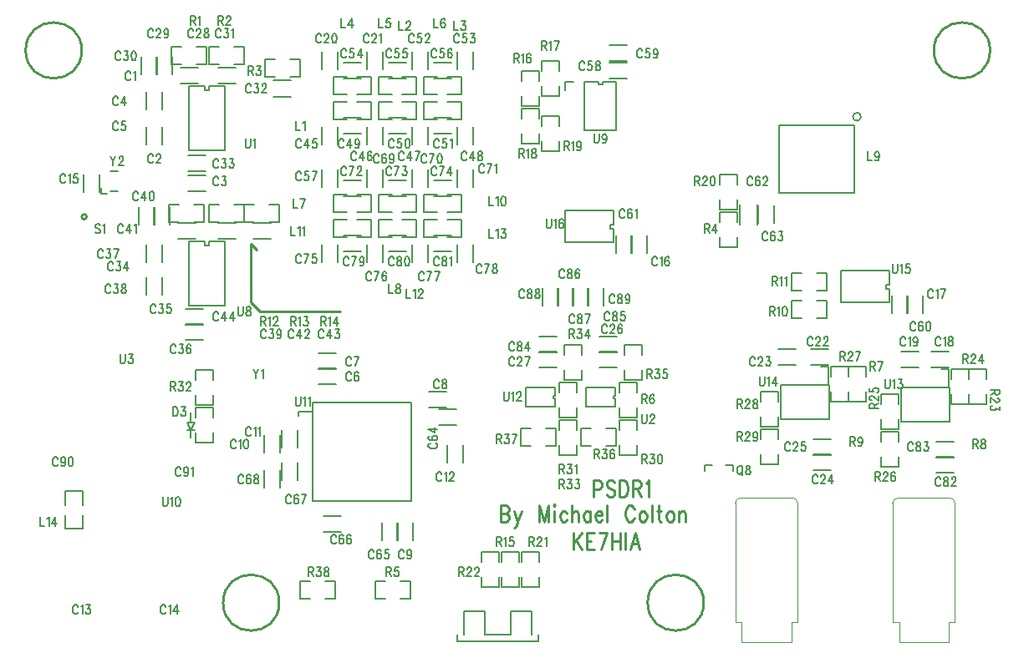
<source format=gto>
*
*
G04 PADS9.1 Build Number: 384028 generated Gerber (RS-274-X) file*
G04 PC Version=2.1*
*
%IN "PSDR_00BB.pcb"*%
*
%MOIN*%
*
%FSLAX35Y35*%
*
*
*
*
G04 PC Standard Apertures*
*
*
G04 Thermal Relief Aperture macro.*
%AMTER*
1,1,$1,0,0*
1,0,$1-$2,0,0*
21,0,$3,$4,0,0,45*
21,0,$3,$4,0,0,135*
%
*
*
G04 Annular Aperture macro.*
%AMANN*
1,1,$1,0,0*
1,0,$2,0,0*
%
*
*
G04 Odd Aperture macro.*
%AMODD*
1,1,$1,0,0*
1,0,$1-0.005,0,0*
%
*
*
G04 PC Custom Aperture Macros*
*
*
*
*
*
*
G04 PC Aperture Table*
*
%ADD010C,0.01*%
%ADD011C,0.008*%
%ADD012C,0.00787*%
%ADD042C,0.001*%
%ADD053C,0.002*%
%ADD082C,0.006*%
*
*
*
*
G04 PC Circuitry*
G04 Layer Name PSDR_00BB.pcb - circuitry*
%LPD*%
*
*
G04 PC Custom Flashes*
G04 Layer Name PSDR_00BB.pcb - flashes*
%LPD*%
*
*
G04 PC Circuitry*
G04 Layer Name PSDR_00BB.pcb - circuitry*
%LPD*%
*
G54D10*
G01X128901Y269800D02*
G75*
G03X128901I-1000J0D01*
G01X126928Y336220D02*
G03X126928I-11180J0D01*
G01X489133D02*
G03X489133I-11180J0D01*
G01X205669Y115748D02*
G03X205669I-11181J0D01*
G01X374960D02*
G03X374960I-11180J0D01*
G01X331000Y164563D02*
Y158000D01*
Y164563D02*
X333045D01*
X333045D02*
X333727Y164250D01*
X333955Y163938*
X333955D02*
X334182Y163313D01*
X334182D02*
Y162375D01*
X333955Y161750*
X333727Y161438*
X333727D02*
X333045Y161125D01*
X331000*
X339409Y163625D02*
X338955Y164250D01*
X338273Y164563*
X338273D02*
X337364D01*
X337364D02*
X336682Y164250D01*
X336227Y163625*
Y163000*
X336455Y162375*
X336682Y162063*
X336682D02*
X337136Y161750D01*
X338500Y161125*
X338955Y160813*
X338955D02*
X339182Y160500D01*
X339409Y159875*
Y158938*
X339409D02*
X338955Y158313D01*
X338955D02*
X338273Y158000D01*
X337364*
X336682Y158313*
X336682D02*
X336227Y158938D01*
X341455Y164563D02*
Y158000D01*
Y164563D02*
X343045D01*
X343045D02*
X343727Y164250D01*
X344182Y163625*
X344409Y163000*
X344636Y162063*
X344636D02*
Y160500D01*
X344409Y159563*
X344409D02*
X344182Y158938D01*
X344182D02*
X343727Y158313D01*
X343727D02*
X343045Y158000D01*
X341455*
X346682Y164563D02*
Y158000D01*
Y164563D02*
X348727D01*
X348727D02*
X349409Y164250D01*
X349636Y163938*
X349636D02*
X349864Y163313D01*
X349864D02*
Y162688D01*
X349864D02*
X349636Y162063D01*
X349636D02*
X349409Y161750D01*
X348727Y161438*
X348727D02*
X346682D01*
X348273D02*
X349864Y158000D01*
X351909Y163313D02*
X352364Y163625D01*
X353045Y164563*
X353045D02*
Y158000D01*
X294000Y154563D02*
Y148000D01*
Y154563D02*
X296045D01*
X296045D02*
X296727Y154250D01*
X296955Y153938*
X296955D02*
X297182Y153313D01*
X297182D02*
Y152688D01*
X297182D02*
X296955Y152063D01*
X296955D02*
X296727Y151750D01*
X296045Y151438*
X294000D02*
X296045D01*
X296045D02*
X296727Y151125D01*
X296955Y150813*
X296955D02*
X297182Y150188D01*
X297182D02*
Y149250D01*
X296955Y148625*
X296727Y148313*
X296727D02*
X296045Y148000D01*
X294000*
X299455Y152375D02*
X300818Y148000D01*
X302182Y152375D02*
X300818Y148000D01*
X300364Y146750*
X299909Y146125*
X299455Y145812*
X299455D02*
X299227D01*
X309455Y154563D02*
Y148000D01*
Y154563D02*
X311273Y148000D01*
X313091Y154563D02*
X311273Y148000D01*
X313091Y154563D02*
Y148000D01*
X315136Y154563D02*
X315364Y154250D01*
X315591Y154563*
X315591D02*
X315364Y154875D01*
X315136Y154563*
X315364Y152375D02*
Y148000D01*
X320364Y151438D02*
X319909Y152063D01*
X319909D02*
X319455Y152375D01*
X318773*
X318318Y152063*
X318318D02*
X317864Y151438D01*
X317864D02*
X317636Y150500D01*
Y149875*
X317864Y148938*
X317864D02*
X318318Y148313D01*
X318318D02*
X318773Y148000D01*
X319455*
X319909Y148313*
X319909D02*
X320364Y148938D01*
X322409Y154563D02*
Y148000D01*
Y151125D02*
X323091Y152063D01*
X323091D02*
X323545Y152375D01*
X324227*
X324682Y152063*
X324682D02*
X324909Y151125D01*
Y148000*
X329682Y152375D02*
Y148000D01*
Y151438D02*
X329227Y152063D01*
X329227D02*
X328773Y152375D01*
X328091*
X327636Y152063*
X327636D02*
X327182Y151438D01*
X327182D02*
X326955Y150500D01*
Y149875*
X327182Y148938*
X327182D02*
X327636Y148313D01*
X327636D02*
X328091Y148000D01*
X328773*
X329227Y148313*
X329227D02*
X329682Y148938D01*
X331727Y150500D02*
X334455D01*
Y151125*
X334227Y151750*
X334000Y152063*
X334000D02*
X333545Y152375D01*
X332864*
X332409Y152063*
X332409D02*
X331955Y151438D01*
X331955D02*
X331727Y150500D01*
Y149875*
X331955Y148938*
X331955D02*
X332409Y148313D01*
X332409D02*
X332864Y148000D01*
X333545*
X334000Y148313*
X334000D02*
X334455Y148938D01*
X336500Y154563D02*
Y148000D01*
X347182Y153000D02*
X346955Y153625D01*
X346500Y154250*
X346045Y154563*
X346045D02*
X345136D01*
X345136D02*
X344682Y154250D01*
X344227Y153625*
X344000Y153000*
X343773Y152063*
X343773D02*
Y150500D01*
X344000Y149563*
X344000D02*
X344227Y148938D01*
X344227D02*
X344682Y148313D01*
X344682D02*
X345136Y148000D01*
X346045*
X346500Y148313*
X346500D02*
X346955Y148938D01*
X346955D02*
X347182Y149563D01*
X350364Y152375D02*
X349909Y152063D01*
X349909D02*
X349455Y151438D01*
X349455D02*
X349227Y150500D01*
Y149875*
X349455Y148938*
X349455D02*
X349909Y148313D01*
X349909D02*
X350364Y148000D01*
X351045*
X351500Y148313*
X351500D02*
X351955Y148938D01*
X351955D02*
X352182Y149875D01*
Y150500*
X351955Y151438*
X351955D02*
X351500Y152063D01*
X351500D02*
X351045Y152375D01*
X350364*
X354227Y154563D02*
Y148000D01*
X356955Y154563D02*
Y149250D01*
X357182Y148313*
X357182D02*
X357636Y148000D01*
X358091*
X356273Y152375D02*
X357864D01*
X361273D02*
X360818Y152063D01*
X360818D02*
X360364Y151438D01*
X360364D02*
X360136Y150500D01*
Y149875*
X360364Y148938*
X360364D02*
X360818Y148313D01*
X360818D02*
X361273Y148000D01*
X361955*
X362409Y148313*
X362409D02*
X362864Y148938D01*
X362864D02*
X363091Y149875D01*
Y150500*
X362864Y151438*
X362864D02*
X362409Y152063D01*
X362409D02*
X361955Y152375D01*
X361273*
X365136D02*
Y148000D01*
Y151125D02*
X365818Y152063D01*
X365818D02*
X366273Y152375D01*
X366955*
X367409Y152063*
X367409D02*
X367636Y151125D01*
Y148000*
X323000Y143563D02*
Y137000D01*
X326182Y143563D02*
X323000Y139188D01*
X324136Y140750D02*
X326182Y137000D01*
X328227Y143563D02*
Y137000D01*
Y143563D02*
X331182D01*
X328227Y140438D02*
X330045D01*
X328227Y137000D02*
X331182D01*
X336409Y143563D02*
X334136Y137000D01*
X333227Y143563D02*
X336409D01*
X338455D02*
Y137000D01*
X341636Y143563D02*
Y137000D01*
X338455Y140438D02*
X341636D01*
X343682Y143563D02*
Y137000D01*
X347545Y143563D02*
X345727Y137000D01*
X347545Y143563D02*
X349364Y137000D01*
X346409Y139188D02*
X348682D01*
X198000Y232000D02*
X230000D01*
X198000D02*
X194500Y235500D01*
Y259000*
X196750Y256750*
G54D11*
X206001Y182600D02*
Y175600D01*
X199601Y182600D02*
Y175600D01*
X213001Y184600D02*
Y177600D01*
X206601Y184600D02*
Y177600D01*
X181301Y329300D02*
X188301D01*
X181301Y322900D02*
X188301D01*
X210500Y317800D02*
X203500D01*
X210500Y324200D02*
X203500D01*
X181301Y267300D02*
X188301D01*
X181301Y260900D02*
X188301D01*
X202301D02*
X195301D01*
X202301Y267300D02*
X195301D01*
X229001Y305600D02*
Y298600D01*
X222601Y305600D02*
Y298600D01*
X247001Y305600D02*
Y298600D01*
X240601Y305600D02*
Y298600D01*
X265001Y305600D02*
Y298600D01*
X258601Y305600D02*
Y298600D01*
X283001Y305600D02*
Y298600D01*
X276601Y305600D02*
Y298600D01*
X231301Y309300D02*
X238301D01*
X231301Y302900D02*
X238301D01*
X249301Y309300D02*
X256301D01*
X249301Y302900D02*
X256301D01*
X267301Y309300D02*
X274301D01*
X267301Y302900D02*
X274301D01*
X276601Y328600D02*
Y335600D01*
X283001Y328600D02*
Y335600D01*
X240601Y328600D02*
Y335600D01*
X247001Y328600D02*
Y335600D01*
X346001Y255400D02*
Y262400D01*
X352401Y255400D02*
Y262400D01*
X456001Y231400D02*
Y238400D01*
X462401Y231400D02*
Y238400D01*
X176301Y287900D02*
X169301D01*
X176301Y294300D02*
X169301D01*
X168401Y233000D02*
X175401D01*
X168401Y226600D02*
X175401D01*
X159001Y319600D02*
Y312600D01*
X152601Y319600D02*
Y312600D01*
X272601Y171600D02*
Y178600D01*
X279001Y171600D02*
Y178600D01*
X152601Y298600D02*
Y305600D01*
X159001Y298600D02*
Y305600D01*
X418701Y175100D02*
X425701D01*
X418701Y168700D02*
X425701D01*
X418701Y181100D02*
X425701D01*
X418701Y174700D02*
X425701D01*
X467701Y174100D02*
X474701D01*
X467701Y167700D02*
X474701D01*
X467701Y180100D02*
X474701D01*
X467701Y173700D02*
X474701D01*
X173301Y322900D02*
X166301D01*
X173301Y329300D02*
X166301D01*
X163001Y333600D02*
Y326600D01*
X156601Y333600D02*
Y326600D01*
X176301Y279900D02*
X169301D01*
X176301Y286300D02*
X169301D01*
X159001Y258600D02*
Y251600D01*
X152601Y258600D02*
Y251600D01*
Y238600D02*
Y245600D01*
X159001Y238600D02*
Y245600D01*
X168401Y227000D02*
X175401D01*
X168401Y220600D02*
X175401D01*
X172301Y260900D02*
X165301D01*
X172301Y267300D02*
X165301D01*
X162001Y273600D02*
Y266600D01*
X155601Y273600D02*
Y266600D01*
X344301Y331900D02*
X337301D01*
X344301Y338300D02*
X337301D01*
X221301Y209300D02*
X228301D01*
X221301Y202900D02*
X228301D01*
X450001Y231400D02*
Y238400D01*
X456401Y231400D02*
Y238400D01*
X340001Y255400D02*
Y262400D01*
X346401Y255400D02*
Y262400D01*
X265401Y200000D02*
X272401D01*
X265401Y193600D02*
X272401D01*
X134001Y286600D02*
Y279600D01*
X127601Y286600D02*
Y279600D01*
X472701Y209700D02*
X465701D01*
X472701Y216100D02*
X465701D01*
X460701Y209700D02*
X453701D01*
X460701Y216100D02*
X453701D01*
X424701Y210700D02*
X417701D01*
X424701Y217100D02*
X417701D01*
X411701Y210700D02*
X404701D01*
X411701Y217100D02*
X404701D01*
X150601Y326600D02*
Y333600D01*
X157001Y326600D02*
Y333600D01*
X149601Y266600D02*
Y273600D01*
X156001Y266600D02*
Y273600D01*
X344301Y324900D02*
X337301D01*
X344301Y331300D02*
X337301D01*
X232801Y315600D02*
X227301D01*
Y308600*
X232801*
X236801D02*
X242301D01*
Y315600*
X236801*
X250801D02*
X245301D01*
Y308600*
X250801*
X254801D02*
X260301D01*
Y315600*
X254801*
X268801D02*
X263301D01*
Y308600*
X268801*
X272801D02*
X278301D01*
Y315600*
X272801*
X232801Y325600D02*
X227301D01*
Y318600*
X232801*
X236801D02*
X242301D01*
Y325600*
X236801*
X250801D02*
X245301D01*
Y318600*
X250801*
X254801D02*
X260301D01*
Y325600*
X254801*
X268801D02*
X263301D01*
Y318600*
X268801*
X272801D02*
X278301D01*
Y325600*
X272801*
X232801Y278600D02*
X227301D01*
Y271600*
X232801*
X236801D02*
X242301D01*
Y278600*
X236801*
X250801D02*
X245301D01*
Y271600*
X250801*
X254801D02*
X260301D01*
Y278600*
X254801*
X172401Y183800D02*
Y179800D01*
X179401*
Y183800*
X172401Y189800D02*
Y193800D01*
X179401*
Y189800*
X171901Y184800D02*
X168901D01*
X170401D02*
X171901Y187800D01*
X168901*
X170401Y184800*
Y181800*
Y187800D02*
Y191800D01*
X388401Y267800D02*
Y271800D01*
X381401*
Y267800*
X388401Y261800D02*
Y257800D01*
X381401*
Y261800*
X253901Y117300D02*
X257901D01*
Y124300*
X253901*
X247901Y117300D02*
X243901D01*
Y124300*
X247901*
X413901Y236300D02*
X409901D01*
Y229300*
X413901*
X419901Y236300D02*
X423901D01*
Y229300*
X419901*
X413901Y247300D02*
X409901D01*
Y240300*
X413901*
X419901Y247300D02*
X423901D01*
Y240300*
X419901*
X187801Y267600D02*
X191801D01*
Y274600*
X187801*
X181801Y267600D02*
X177801D01*
Y274600*
X181801*
X195801D02*
X191801D01*
Y267600*
X195801*
X201801Y274600D02*
X205801D01*
Y267600*
X201801*
X302301Y318100D02*
Y314100D01*
X309301*
Y318100*
X302301Y324100D02*
Y328100D01*
X309301*
Y324100*
X317301Y328100D02*
Y332100D01*
X310301*
Y328100*
X317301Y322100D02*
Y318100D01*
X310301*
Y322100*
X302301Y303100D02*
Y299100D01*
X309301*
Y303100*
X302301Y309100D02*
Y313100D01*
X309301*
Y309100*
X317301Y306100D02*
Y310100D01*
X310301*
Y306100*
X317301Y300100D02*
Y296100D01*
X310301*
Y300100*
X187801Y330600D02*
X191801D01*
Y337600*
X187801*
X181801Y330600D02*
X177801D01*
Y337600*
X181801*
X204000Y332500D02*
X200000D01*
Y325500*
X204000*
X210000Y332500D02*
X214000D01*
Y325500*
X210000*
X172401Y198800D02*
Y194800D01*
X179401*
Y198800*
X172401Y204800D02*
Y208800D01*
X179401*
Y204800*
X172801Y330600D02*
X176801D01*
Y337600*
X172801*
X166801Y330600D02*
X162801D01*
Y337600*
X166801*
X171801Y267600D02*
X175801D01*
Y274600*
X171801*
X165801Y267600D02*
X161801D01*
Y274600*
X165801*
X134801Y281400D02*
Y278900D01*
X137101*
X141179Y288037D02*
X138423D01*
Y280163D02*
X141179D01*
X319628Y320399D02*
Y323549D01*
X323171*
X389401Y266800D02*
Y274800D01*
X396401Y266800D02*
Y274800D01*
X396701Y267300D02*
Y274300D01*
X403101Y267300D02*
Y274300D01*
X388401Y282800D02*
Y286800D01*
X381401*
Y282800*
X388401Y276800D02*
Y272800D01*
X381401*
Y276800*
X259001Y147600D02*
Y140600D01*
X252601Y147600D02*
Y140600D01*
X221301Y215300D02*
X228301D01*
X221301Y208900D02*
X228301D01*
X206001Y168600D02*
Y161600D01*
X199601Y168600D02*
Y161600D01*
X269401Y193000D02*
X276401D01*
X269401Y186600D02*
X276401D01*
X253001Y147600D02*
Y140600D01*
X246601Y147600D02*
Y140600D01*
X230301Y143900D02*
X223301D01*
X230301Y150300D02*
X223301D01*
X213001Y171600D02*
Y164600D01*
X206601Y171600D02*
Y164600D01*
X302301Y126100D02*
Y122100D01*
X309301*
Y126100*
X302301Y132100D02*
Y136100D01*
X309301*
Y132100*
X222601Y328600D02*
Y335600D01*
X229001Y328600D02*
Y335600D01*
X258601Y328600D02*
Y335600D01*
X265001Y328600D02*
Y335600D01*
X231301Y331300D02*
X238301D01*
X231301Y324900D02*
X238301D01*
X249301Y331300D02*
X256301D01*
X249301Y324900D02*
X256301D01*
X267301Y331300D02*
X274301D01*
X267301Y324900D02*
X274301D01*
X222601Y281600D02*
Y288600D01*
X229001Y281600D02*
Y288600D01*
X240601Y281600D02*
Y288600D01*
X247001Y281600D02*
Y288600D01*
X258601Y281600D02*
Y288600D01*
X265001Y281600D02*
Y288600D01*
X276601Y281600D02*
Y288600D01*
X283001Y281600D02*
Y288600D01*
X231301Y284300D02*
X238301D01*
X231301Y277900D02*
X238301D01*
X249301Y284300D02*
X256301D01*
X249301Y277900D02*
X256301D01*
X267301Y284300D02*
X274301D01*
X267301Y277900D02*
X274301D01*
X229001Y258600D02*
Y251600D01*
X222601Y258600D02*
Y251600D01*
X247001Y258600D02*
Y251600D01*
X240601Y258600D02*
Y251600D01*
X265001Y258600D02*
Y251600D01*
X258601Y258600D02*
Y251600D01*
X283001Y258600D02*
Y251600D01*
X276601Y258600D02*
Y251600D01*
X231301Y262300D02*
X238301D01*
X231301Y255900D02*
X238301D01*
X249301Y262300D02*
X256301D01*
X249301Y255900D02*
X256301D01*
X267301Y262300D02*
X274301D01*
X267301Y255900D02*
X274301D01*
X268801Y278600D02*
X263301D01*
Y271600*
X268801*
X272801D02*
X278301D01*
Y278600*
X272801*
X232801Y268600D02*
X227301D01*
Y261600*
X232801*
X236801D02*
X242301D01*
Y268600*
X236801*
X250801D02*
X245301D01*
Y261600*
X250801*
X254801D02*
X260301D01*
Y268600*
X254801*
X268801D02*
X263301D01*
Y261600*
X268801*
X272801D02*
X278301D01*
Y268600*
X272801*
X294301Y126100D02*
Y122100D01*
X301301*
Y126100*
X294301Y132100D02*
Y136100D01*
X301301*
Y132100*
X286301Y126100D02*
Y122100D01*
X293301*
Y126100*
X286301Y132100D02*
Y136100D01*
X293301*
Y132100*
X487701Y204900D02*
Y208900D01*
X480701*
Y204900*
X487701Y198900D02*
Y194900D01*
X480701*
Y198900*
X439701Y205900D02*
Y209900D01*
X432701*
Y205900*
X439701Y199900D02*
Y195900D01*
X432701*
Y199900*
X480701Y204900D02*
Y208900D01*
X473701*
Y204900*
X480701Y198900D02*
Y194900D01*
X473701*
Y198900*
X445701Y188900D02*
Y184900D01*
X452701*
Y188900*
X445701Y194900D02*
Y198900D01*
X452701*
Y194900*
Y179900D02*
Y183900D01*
X445701*
Y179900*
X452701Y173900D02*
Y169900D01*
X445701*
Y173900*
X432701Y205900D02*
Y209900D01*
X425701*
Y205900*
X432701Y199900D02*
Y195900D01*
X425701*
Y199900*
X397701Y189900D02*
Y185900D01*
X404701*
Y189900*
X397701Y195900D02*
Y199900D01*
X404701*
Y195900*
Y180900D02*
Y184900D01*
X397701*
Y180900*
X404701Y174900D02*
Y170900D01*
X397701*
Y174900*
X309401Y222000D02*
X316401D01*
X309401Y215600D02*
X316401D01*
X333401Y222000D02*
X340401D01*
X333401Y215600D02*
X340401D01*
X323101Y241300D02*
Y234300D01*
X316701Y241300D02*
Y234300D01*
X329101Y241300D02*
Y234300D01*
X322701Y241300D02*
Y234300D01*
X317101Y241300D02*
Y234300D01*
X310701Y241300D02*
Y234300D01*
X335101Y241300D02*
Y234300D01*
X328701Y241300D02*
Y234300D01*
X333401Y216000D02*
X340401D01*
X333401Y209600D02*
X340401D01*
X309401Y216000D02*
X316401D01*
X309401Y209600D02*
X316401D01*
X348401Y184800D02*
Y188800D01*
X341401*
Y184800*
X348401Y178800D02*
Y174800D01*
X341401*
Y178800*
X317401Y193800D02*
Y189800D01*
X324401*
Y193800*
X317401Y199800D02*
Y203800D01*
X324401*
Y199800*
Y184800D02*
Y188800D01*
X317401*
Y184800*
X324401Y178800D02*
Y174800D01*
X317401*
Y178800*
X341401Y193800D02*
Y189800D01*
X348401*
Y193800*
X341401Y199800D02*
Y203800D01*
X348401*
Y199800*
X326401Y214800D02*
Y218800D01*
X319401*
Y214800*
X326401Y208800D02*
Y204800D01*
X319401*
Y208800*
X350401Y214800D02*
Y218800D01*
X343401*
Y214800*
X350401Y208800D02*
Y204800D01*
X343401*
Y208800*
X329901Y185300D02*
X325901D01*
Y178300*
X329901*
X335901Y185300D02*
X339901D01*
Y178300*
X335901*
X305901Y185300D02*
X301901D01*
Y178300*
X305901*
X311901Y185300D02*
X315901D01*
Y178300*
X311901*
X217901Y124300D02*
X213901D01*
Y117300*
X217901*
X223901Y124300D02*
X227901D01*
Y117300*
X223901*
X127401Y154800D02*
Y160300D01*
X120401*
Y154800*
Y150800D02*
Y145300D01*
X127401*
Y150800*
X375200Y168400D02*
Y170600D01*
X378200*
X383800D02*
X386800D01*
Y168400*
X279198Y103100D02*
Y112470D01*
X287702*
Y103100*
X297899*
Y112470*
X306403*
Y103100*
X276659D02*
Y100324D01*
X308943*
Y103100*
G54D12*
X169714Y321895D02*
X175915D01*
Y320296*
X177687*
Y321895*
X183887*
Y296305*
X169714*
Y321895*
Y259895D02*
X175915D01*
Y258296*
X177687*
Y259895*
X183887*
Y234305*
X169714*
Y259895*
X327502Y323746D02*
X333013D01*
Y322540*
X334588*
Y323746*
X340100*
Y304454*
X327502*
Y323746*
X434901Y306304D02*
Y279296D01*
X404901*
Y306304*
X434901*
X437666Y309729D02*
G03X437666I-1623J0D01*
G01X219116Y195785D02*
X258486D01*
Y156415*
X219116*
Y195785*
X213407Y190273D02*
Y191848D01*
X219116*
X315806Y201737D02*
Y198292D01*
X315068*
Y197308*
X315806*
Y193863*
X303995*
Y201737*
X315806*
X339806D02*
Y198292D01*
X339068*
Y197308*
X339806*
Y193863*
X327995*
Y201737*
X339806*
X448846Y248199D02*
Y242687D01*
X447641*
Y241113*
X448846*
Y235601*
X429555*
Y248199*
X448846*
X338846Y272199D02*
Y266687D01*
X337641*
Y265113*
X338846*
Y259601*
X319555*
Y272199*
X338846*
X472846Y188010D02*
X453555D01*
Y201790*
X472846*
Y188010*
X472611Y202060D02*
Y209140D01*
X469531*
X424846Y189010D02*
X405555D01*
Y202790*
X424846*
Y189010*
X424611Y203060D02*
Y210140D01*
X421531*
G54D42*
G54D53*
X452858Y100026D02*
X472543D01*
Y107900*
X475102*
Y155538*
G03X473134Y157506I-1968J-0*
G01X452268*
G03X450299Y155538I-0J-1968*
G01Y107900*
X452858*
Y100026*
X390158D02*
X409843D01*
Y107900*
X412402*
Y155538*
G03X410434Y157506I-1968J-0*
G01X389568*
G03X387599Y155538I-0J-1968*
G01Y107900*
X390158*
Y100026*
G54D82*
X482300Y180844D02*
Y177300D01*
Y180844D02*
X483527D01*
X483936Y180675*
X484073Y180506*
X484209Y180169*
Y179831*
X484073Y179494*
X483936Y179325*
X483527Y179156*
X482300*
X483255D02*
X484209Y177300D01*
X486118Y180844D02*
X485709Y180675D01*
X485573Y180338*
X485573D02*
Y180000D01*
X485709Y179663*
X485709D02*
X485982Y179494D01*
X486527Y179325*
X486936Y179156*
X487209Y178819*
X487345Y178481*
Y177975*
X487209Y177638*
X487209D02*
X487073Y177469D01*
X486664Y177300*
X486118*
X485709Y177469*
X485573Y177638*
X485573D02*
X485436Y177975D01*
Y178481*
X485573Y178819*
X485845Y179156*
X486255Y179325*
X486800Y179494*
X487073Y179663*
X487073D02*
X487209Y180000D01*
Y180338*
X487209D02*
X487073Y180675D01*
X486664Y180844*
X486118*
X195300Y208844D02*
X196391Y207156D01*
Y205300*
X197482Y208844D02*
X196391Y207156D01*
X198709Y208169D02*
X198982Y208338D01*
X198982D02*
X199391Y208844D01*
Y205300*
X188345Y180000D02*
X188209Y180338D01*
X188209D02*
X187936Y180675D01*
X187664Y180844*
X187118*
X186845Y180675*
X186573Y180338*
X186573D02*
X186436Y180000D01*
X186300Y179494*
Y178650*
X186436Y178144*
X186573Y177806*
X186845Y177469*
X187118Y177300*
X187664*
X187936Y177469*
X188209Y177806*
X188345Y178144*
X189573Y180169D02*
X189845Y180338D01*
X189845D02*
X190255Y180844D01*
Y177300*
X192300Y180844D02*
X191891Y180675D01*
X191618Y180169*
X191482Y179325*
Y178819*
X191618Y177975*
X191891Y177469*
X192300Y177300*
X192573*
X192982Y177469*
X193255Y177975*
X193391Y178819*
Y179325*
X193255Y180169*
X192982Y180675*
X192573Y180844*
X192300*
X194345Y185000D02*
X194209Y185337D01*
X194209D02*
X193936Y185675D01*
X193664Y185844*
X193118*
X192845Y185675*
X192573Y185337*
X192573D02*
X192436Y185000D01*
X192300Y184494*
Y183650*
X192436Y183144*
X192573Y182806*
X192845Y182469*
X193118Y182300*
X193664*
X193936Y182469*
X194209Y182806*
X194345Y183144*
X195573Y185169D02*
X195845Y185337D01*
X195845D02*
X196255Y185844D01*
Y182300*
X197482Y185169D02*
X197755Y185337D01*
X197755D02*
X198164Y185844D01*
Y182300*
X182345Y344000D02*
X182209Y344338D01*
X182209D02*
X181936Y344675D01*
X181664Y344844*
X181118*
X180845Y344675*
X180573Y344338*
X180573D02*
X180436Y344000D01*
X180300Y343494*
Y342650*
X180436Y342144*
X180573Y341806*
X180845Y341469*
X181118Y341300*
X181664*
X181936Y341469*
X182209Y341806*
X182345Y342144*
X183845Y344844D02*
X185345D01*
X184527Y343494*
X184936*
X185209Y343325*
X185345Y343156*
X185482Y342650*
Y342313*
X185482D02*
X185345Y341806D01*
X185073Y341469*
X184664Y341300*
X184255*
X183845Y341469*
X183709Y341638*
X183709D02*
X183573Y341975D01*
X186709Y344169D02*
X186982Y344338D01*
X186982D02*
X187391Y344844D01*
Y341300*
X194345Y322000D02*
X194209Y322338D01*
X194209D02*
X193936Y322675D01*
X193664Y322844*
X193118*
X192845Y322675*
X192573Y322338*
X192573D02*
X192436Y322000D01*
X192300Y321494*
Y320650*
X192436Y320144*
X192573Y319806*
X192845Y319469*
X193118Y319300*
X193664*
X193936Y319469*
X194209Y319806*
X194345Y320144*
X195845Y322844D02*
X197345D01*
X196527Y321494*
X196936*
X197209Y321325*
X197345Y321156*
X197482Y320650*
Y320313*
X197482D02*
X197345Y319806D01*
X197073Y319469*
X196664Y319300*
X196255*
X195845Y319469*
X195709Y319638*
X195709D02*
X195573Y319975D01*
X198845Y322000D02*
Y322169D01*
X198982Y322506*
X199118Y322675*
X199391Y322844*
X199936*
X200209Y322675*
X200345Y322506*
X200482Y322169*
Y321831*
X200345Y321494*
X200073Y320988*
X200073D02*
X198709Y319300D01*
X200618*
X211345Y224000D02*
X211209Y224337D01*
X211209D02*
X210936Y224675D01*
X210664Y224844*
X210118*
X209845Y224675*
X209573Y224337*
X209573D02*
X209436Y224000D01*
X209300Y223494*
Y222650*
X209436Y222144*
X209573Y221806*
X209845Y221469*
X210118Y221300*
X210664*
X210936Y221469*
X211209Y221806*
X211345Y222144*
X213936Y224844D02*
X212573Y222481D01*
X214618*
X213936Y224844D02*
Y221300D01*
X215982Y224000D02*
Y224169D01*
X216118Y224506*
X216255Y224675*
X216527Y224844*
X217073*
X217345Y224675*
X217482Y224506*
X217618Y224169*
Y223831*
X217482Y223494*
X217209Y222987*
X217209D02*
X215845Y221300D01*
X217755*
X223345Y224000D02*
X223209Y224338D01*
X222936Y224675*
X222664Y224844*
X222118*
X221845Y224675*
X221573Y224338*
X221436Y224000*
X221300Y223494*
Y222650*
X221436Y222144*
X221573Y221806*
X221845Y221469*
X222118Y221300*
X222664*
X222936Y221469*
X223209Y221806*
X223345Y222144*
X225936Y224844D02*
X224573Y222481D01*
X226618*
X225936Y224844D02*
Y221300D01*
X228118Y224844D02*
X229618D01*
X228800Y223494*
X229209*
X229482Y223325*
X229618Y223156*
X229755Y222650*
Y222313*
X229618Y221806*
X229345Y221469*
X228936Y221300*
X228527*
X228118Y221469*
X227982Y221638*
X227845Y221975*
X214345Y300000D02*
X214209Y300338D01*
X214209D02*
X213936Y300675D01*
X213664Y300844*
X213118*
X212845Y300675*
X212573Y300338*
X212573D02*
X212436Y300000D01*
X212300Y299494*
Y298650*
X212436Y298144*
X212573Y297806*
X212845Y297469*
X213118Y297300*
X213664*
X213936Y297469*
X214209Y297806*
X214345Y298144*
X216936Y300844D02*
X215573Y298481D01*
X217618*
X216936Y300844D02*
Y297300D01*
X220618Y300844D02*
X219255D01*
X219118Y299325*
X219255Y299494*
X219664Y299663*
X219664D02*
X220073D01*
X220073D02*
X220482Y299494D01*
X220755Y299156*
X220891Y298650*
X220755Y298313*
X220755D02*
X220618Y297806D01*
X220345Y297469*
X219936Y297300*
X219527*
X219118Y297469*
X218982Y297638*
X218982D02*
X218845Y297975D01*
X236345Y295000D02*
X236209Y295338D01*
X236209D02*
X235936Y295675D01*
X235664Y295844*
X235118*
X234845Y295675*
X234573Y295338*
X234573D02*
X234436Y295000D01*
X234300Y294494*
Y293650*
X234436Y293144*
X234573Y292806*
X234845Y292469*
X235118Y292300*
X235664*
X235936Y292469*
X236209Y292806*
X236345Y293144*
X238936Y295844D02*
X237573Y293481D01*
X239618*
X238936Y295844D02*
Y292300D01*
X242482Y295338D02*
X242345Y295675D01*
X241936Y295844*
X241664*
X241255Y295675*
X240982Y295169*
X240845Y294325*
Y293481*
X240982Y292806*
X241255Y292469*
X241664Y292300*
X241800*
X242209Y292469*
X242482Y292806*
X242618Y293313*
X242618D02*
Y293481D01*
X242482Y293988*
X242482D02*
X242209Y294325D01*
X241800Y294494*
X241664*
X241255Y294325*
X240982Y293988*
X240982D02*
X240845Y293481D01*
X255345Y295000D02*
X255209Y295338D01*
X255209D02*
X254936Y295675D01*
X254664Y295844*
X254118*
X253845Y295675*
X253573Y295338*
X253573D02*
X253436Y295000D01*
X253300Y294494*
Y293650*
X253436Y293144*
X253573Y292806*
X253845Y292469*
X254118Y292300*
X254664*
X254936Y292469*
X255209Y292806*
X255345Y293144*
X257936Y295844D02*
X256573Y293481D01*
X258618*
X257936Y295844D02*
Y292300D01*
X261755Y295844D02*
X260391Y292300D01*
X259845Y295844D02*
X261755D01*
X280345Y295000D02*
X280209Y295338D01*
X280209D02*
X279936Y295675D01*
X279664Y295844*
X279118*
X278845Y295675*
X278573Y295338*
X278573D02*
X278436Y295000D01*
X278300Y294494*
Y293650*
X278436Y293144*
X278573Y292806*
X278845Y292469*
X279118Y292300*
X279664*
X279936Y292469*
X280209Y292806*
X280345Y293144*
X282936Y295844D02*
X281573Y293481D01*
X283618*
X282936Y295844D02*
Y292300D01*
X285527Y295844D02*
X285118Y295675D01*
X284982Y295338*
X284982D02*
Y295000D01*
X285118Y294663*
X285118D02*
X285391Y294494D01*
X285936Y294325*
X286345Y294156*
X286618Y293819*
X286755Y293481*
Y292975*
X286618Y292638*
X286618D02*
X286482Y292469D01*
X286073Y292300*
X285527*
X285118Y292469*
X284982Y292638*
X284982D02*
X284845Y292975D01*
Y293481*
X284982Y293819*
X285255Y294156*
X285664Y294325*
X286209Y294494*
X286482Y294663*
X286482D02*
X286618Y295000D01*
Y295338*
X286618D02*
X286482Y295675D01*
X286073Y295844*
X285527*
X231345Y300000D02*
X231209Y300338D01*
X231209D02*
X230936Y300675D01*
X230664Y300844*
X230118*
X229845Y300675*
X229573Y300338*
X229573D02*
X229436Y300000D01*
X229300Y299494*
Y298650*
X229436Y298144*
X229573Y297806*
X229845Y297469*
X230118Y297300*
X230664*
X230936Y297469*
X231209Y297806*
X231345Y298144*
X233936Y300844D02*
X232573Y298481D01*
X234618*
X233936Y300844D02*
Y297300D01*
X237618Y299663D02*
X237482Y299156D01*
X237209Y298819*
X236800Y298650*
X236664*
X236255Y298819*
X235982Y299156*
X235845Y299663*
X235845D02*
Y299831D01*
X235982Y300338*
X235982D02*
X236255Y300675D01*
X236664Y300844*
X236800*
X237209Y300675*
X237482Y300338*
X237482D02*
X237618Y299663D01*
X237618D02*
Y298819D01*
X237482Y297975*
X237209Y297469*
X236800Y297300*
X236527*
X236118Y297469*
X235982Y297806*
X251345Y300000D02*
X251209Y300338D01*
X251209D02*
X250936Y300675D01*
X250664Y300844*
X250118*
X249845Y300675*
X249573Y300338*
X249573D02*
X249436Y300000D01*
X249300Y299494*
Y298650*
X249436Y298144*
X249573Y297806*
X249845Y297469*
X250118Y297300*
X250664*
X250936Y297469*
X251209Y297806*
X251345Y298144*
X254345Y300844D02*
X252982D01*
X252845Y299325*
X252982Y299494*
X253391Y299663*
X253391D02*
X253800D01*
X253800D02*
X254209Y299494D01*
X254482Y299156*
X254618Y298650*
X254482Y298313*
X254482D02*
X254345Y297806D01*
X254073Y297469*
X253664Y297300*
X253255*
X252845Y297469*
X252709Y297638*
X252709D02*
X252573Y297975D01*
X256664Y300844D02*
X256255Y300675D01*
X255982Y300169*
X255845Y299325*
Y298819*
X255982Y297975*
X256255Y297469*
X256664Y297300*
X256936*
X257345Y297469*
X257618Y297975*
X257755Y298819*
Y299325*
X257618Y300169*
X257345Y300675*
X256936Y300844*
X256664*
X269345Y300000D02*
X269209Y300338D01*
X269209D02*
X268936Y300675D01*
X268664Y300844*
X268118*
X267845Y300675*
X267573Y300338*
X267573D02*
X267436Y300000D01*
X267300Y299494*
Y298650*
X267436Y298144*
X267573Y297806*
X267845Y297469*
X268118Y297300*
X268664*
X268936Y297469*
X269209Y297806*
X269345Y298144*
X272345Y300844D02*
X270982D01*
X270845Y299325*
X270982Y299494*
X271391Y299663*
X271391D02*
X271800D01*
X271800D02*
X272209Y299494D01*
X272482Y299156*
X272618Y298650*
X272482Y298313*
X272482D02*
X272345Y297806D01*
X272073Y297469*
X271664Y297300*
X271255*
X270845Y297469*
X270709Y297638*
X270709D02*
X270573Y297975D01*
X273845Y300169D02*
X274118Y300338D01*
X274118D02*
X274527Y300844D01*
Y297300*
X277345Y342000D02*
X277209Y342338D01*
X277209D02*
X276936Y342675D01*
X276664Y342844*
X276118*
X275845Y342675*
X275573Y342338*
X275573D02*
X275436Y342000D01*
X275300Y341494*
Y340650*
X275436Y340144*
X275573Y339806*
X275845Y339469*
X276118Y339300*
X276664*
X276936Y339469*
X277209Y339806*
X277345Y340144*
X280345Y342844D02*
X278982D01*
X278845Y341325*
X278982Y341494*
X279391Y341663*
X279391D02*
X279800D01*
X279800D02*
X280209Y341494D01*
X280482Y341156*
X280618Y340650*
X280482Y340313*
X280482D02*
X280345Y339806D01*
X280073Y339469*
X279664Y339300*
X279255*
X278845Y339469*
X278709Y339638*
X278709D02*
X278573Y339975D01*
X282118Y342844D02*
X283618D01*
X282800Y341494*
X283209*
X283482Y341325*
X283618Y341156*
X283755Y340650*
Y340313*
X283755D02*
X283618Y339806D01*
X283345Y339469*
X282936Y339300*
X282527*
X282118Y339469*
X281982Y339638*
X281982D02*
X281845Y339975D01*
X241345Y342000D02*
X241209Y342338D01*
X241209D02*
X240936Y342675D01*
X240664Y342844*
X240118*
X239845Y342675*
X239573Y342338*
X239573D02*
X239436Y342000D01*
X239300Y341494*
Y340650*
X239436Y340144*
X239573Y339806*
X239845Y339469*
X240118Y339300*
X240664*
X240936Y339469*
X241209Y339806*
X241345Y340144*
X242709Y342000D02*
Y342169D01*
X242845Y342506*
X242982Y342675*
X243255Y342844*
X243800*
X244073Y342675*
X244209Y342506*
X244345Y342169*
Y341831*
X244209Y341494*
X243936Y340988*
X243936D02*
X242573Y339300D01*
X244482*
X245709Y342169D02*
X245982Y342338D01*
X245982D02*
X246391Y342844D01*
Y339300*
X125345Y114000D02*
X125209Y114338D01*
X125209D02*
X124936Y114675D01*
X124664Y114844*
X124118*
X123845Y114675*
X123573Y114338*
X123573D02*
X123436Y114000D01*
X123300Y113494*
Y112650*
X123436Y112144*
X123573Y111806*
X123845Y111469*
X124118Y111300*
X124664*
X124936Y111469*
X125209Y111806*
X125345Y112144*
X126573Y114169D02*
X126845Y114338D01*
X126845D02*
X127255Y114844D01*
Y111300*
X128755Y114844D02*
X130255D01*
X129436Y113494*
X129845*
X130118Y113325*
X130255Y113156*
X130391Y112650*
Y112313*
X130391D02*
X130255Y111806D01*
X129982Y111469*
X129573Y111300*
X129164*
X128755Y111469*
X128618Y111638*
X128618D02*
X128482Y111975D01*
X160345Y114000D02*
X160209Y114338D01*
X160209D02*
X159936Y114675D01*
X159664Y114844*
X159118*
X158845Y114675*
X158573Y114338*
X158573D02*
X158436Y114000D01*
X158300Y113494*
Y112650*
X158436Y112144*
X158573Y111806*
X158845Y111469*
X159118Y111300*
X159664*
X159936Y111469*
X160209Y111806*
X160345Y112144*
X161573Y114169D02*
X161845Y114338D01*
X161845D02*
X162255Y114844D01*
Y111300*
X164845Y114844D02*
X163482Y112481D01*
X165527*
X164845Y114844D02*
Y111300D01*
X135345Y256000D02*
X135209Y256338D01*
X135209D02*
X134936Y256675D01*
X134664Y256844*
X134118*
X133845Y256675*
X133573Y256338*
X133573D02*
X133436Y256000D01*
X133300Y255494*
Y254650*
X133436Y254144*
X133573Y253806*
X133845Y253469*
X134118Y253300*
X134664*
X134936Y253469*
X135209Y253806*
X135345Y254144*
X136845Y256844D02*
X138345D01*
X137527Y255494*
X137936*
X138209Y255325*
X138345Y255156*
X138482Y254650*
Y254313*
X138482D02*
X138345Y253806D01*
X138073Y253469*
X137664Y253300*
X137255*
X136845Y253469*
X136709Y253638*
X136709D02*
X136573Y253975D01*
X141618Y256844D02*
X140255Y253300D01*
X139709Y256844D02*
X141618D01*
X138345Y242000D02*
X138209Y242338D01*
X138209D02*
X137936Y242675D01*
X137664Y242844*
X137118*
X136845Y242675*
X136573Y242338*
X136573D02*
X136436Y242000D01*
X136300Y241494*
Y240650*
X136436Y240144*
X136573Y239806*
X136845Y239469*
X137118Y239300*
X137664*
X137936Y239469*
X138209Y239806*
X138345Y240144*
X139845Y242844D02*
X141345D01*
X140527Y241494*
X140936*
X141209Y241325*
X141345Y241156*
X141482Y240650*
Y240313*
X141482D02*
X141345Y239806D01*
X141073Y239469*
X140664Y239300*
X140255*
X139845Y239469*
X139709Y239638*
X139709D02*
X139573Y239975D01*
X143391Y242844D02*
X142982Y242675D01*
X142845Y242338*
X142845D02*
Y242000D01*
X142982Y241663*
X142982D02*
X143255Y241494D01*
X143800Y241325*
X144209Y241156*
X144482Y240819*
X144618Y240481*
Y239975*
X144482Y239638*
X144482D02*
X144345Y239469D01*
X143936Y239300*
X143391*
X142982Y239469*
X142845Y239638*
X142845D02*
X142709Y239975D01*
Y240481*
X142845Y240819*
X143118Y241156*
X143527Y241325*
X144073Y241494*
X144345Y241663*
X144345D02*
X144482Y242000D01*
Y242338*
X144482D02*
X144345Y242675D01*
X143936Y242844*
X143391*
X141345Y317000D02*
X141209Y317338D01*
X141209D02*
X140936Y317675D01*
X140664Y317844*
X140118*
X139845Y317675*
X139573Y317338*
X139573D02*
X139436Y317000D01*
X139300Y316494*
Y315650*
X139436Y315144*
X139573Y314806*
X139845Y314469*
X140118Y314300*
X140664*
X140936Y314469*
X141209Y314806*
X141345Y315144*
X143936Y317844D02*
X142573Y315481D01*
X144618*
X143936Y317844D02*
Y314300D01*
X141345Y307000D02*
X141209Y307337D01*
X141209D02*
X140936Y307675D01*
X140664Y307844*
X140118*
X139845Y307675*
X139573Y307337*
X139573D02*
X139436Y307000D01*
X139300Y306494*
Y305650*
X139436Y305144*
X139573Y304806*
X139845Y304469*
X140118Y304300*
X140664*
X140936Y304469*
X141209Y304806*
X141345Y305144*
X144345Y307844D02*
X142982D01*
X142845Y306325*
X142982Y306494*
X143391Y306662*
X143391D02*
X143800D01*
X143800D02*
X144209Y306494D01*
X144482Y306156*
X144618Y305650*
X144482Y305312*
X144482D02*
X144345Y304806D01*
X144073Y304469*
X143664Y304300*
X143255*
X142845Y304469*
X142709Y304637*
X142709D02*
X142573Y304975D01*
X356345Y253000D02*
X356209Y253338D01*
X356209D02*
X355936Y253675D01*
X355664Y253844*
X355118*
X354845Y253675*
X354573Y253338*
X354573D02*
X354436Y253000D01*
X354300Y252494*
Y251650*
X354436Y251144*
X354573Y250806*
X354845Y250469*
X355118Y250300*
X355664*
X355936Y250469*
X356209Y250806*
X356345Y251144*
X357573Y253169D02*
X357845Y253338D01*
X357845D02*
X358255Y253844D01*
Y250300*
X361118Y253338D02*
X360982Y253675D01*
X360573Y253844*
X360300*
X359891Y253675*
X359618Y253169*
X359482Y252325*
Y251481*
X359618Y250806*
X359891Y250469*
X360300Y250300*
X360436*
X360845Y250469*
X361118Y250806*
X361255Y251313*
X361255D02*
Y251481D01*
X361118Y251988*
X361118D02*
X360845Y252325D01*
X360436Y252494*
X360300*
X359891Y252325*
X359618Y251988*
X359618D02*
X359482Y251481D01*
X466345Y240000D02*
X466209Y240338D01*
X466209D02*
X465936Y240675D01*
X465664Y240844*
X465118*
X464845Y240675*
X464573Y240338*
X464573D02*
X464436Y240000D01*
X464300Y239494*
Y238650*
X464436Y238144*
X464573Y237806*
X464845Y237469*
X465118Y237300*
X465664*
X465936Y237469*
X466209Y237806*
X466345Y238144*
X467573Y240169D02*
X467845Y240338D01*
X467845D02*
X468255Y240844D01*
Y237300*
X471391Y240844D02*
X470027Y237300D01*
X469482Y240844D02*
X471391D01*
X181345Y292000D02*
X181209Y292338D01*
X180936Y292675*
X180664Y292844*
X180118*
X179845Y292675*
X179573Y292338*
X179436Y292000*
X179300Y291494*
Y290650*
X179436Y290144*
X179573Y289806*
X179845Y289469*
X180118Y289300*
X180664*
X180936Y289469*
X181209Y289806*
X181345Y290144*
X182845Y292844D02*
X184345D01*
X183527Y291494*
X183936*
X184209Y291325*
X184345Y291156*
X184482Y290650*
Y290313*
X184345Y289806*
X184073Y289469*
X183664Y289300*
X183255*
X182845Y289469*
X182709Y289638*
X182573Y289975*
X185982Y292844D02*
X187482D01*
X186664Y291494*
X187073*
X187345Y291325*
X187482Y291156*
X187618Y290650*
Y290313*
X187482Y289806*
X187209Y289469*
X186800Y289300*
X186391*
X185982Y289469*
X185845Y289638*
X185709Y289975*
X181345Y231000D02*
X181209Y231338D01*
X181209D02*
X180936Y231675D01*
X180664Y231844*
X180118*
X179845Y231675*
X179573Y231338*
X179573D02*
X179436Y231000D01*
X179300Y230494*
Y229650*
X179436Y229144*
X179573Y228806*
X179845Y228469*
X180118Y228300*
X180664*
X180936Y228469*
X181209Y228806*
X181345Y229144*
X183936Y231844D02*
X182573Y229481D01*
X184618*
X183936Y231844D02*
Y228300D01*
X187209Y231844D02*
X185845Y229481D01*
X187891*
X187209Y231844D02*
Y228300D01*
X146345Y327000D02*
X146209Y327337D01*
X146209D02*
X145936Y327675D01*
X145664Y327844*
X145118*
X144845Y327675*
X144573Y327337*
X144573D02*
X144436Y327000D01*
X144300Y326494*
Y325650*
X144436Y325144*
X144573Y324806*
X144845Y324469*
X145118Y324300*
X145664*
X145936Y324469*
X146209Y324806*
X146345Y325144*
X147573Y327169D02*
X147845Y327337D01*
X147845D02*
X148255Y327844D01*
Y324300*
X270345Y167000D02*
X270209Y167338D01*
X270209D02*
X269936Y167675D01*
X269664Y167844*
X269118*
X268845Y167675*
X268573Y167338*
X268573D02*
X268436Y167000D01*
X268300Y166494*
Y165650*
X268436Y165144*
X268573Y164806*
X268845Y164469*
X269118Y164300*
X269664*
X269936Y164469*
X270209Y164806*
X270345Y165144*
X271573Y167169D02*
X271845Y167338D01*
X271845D02*
X272255Y167844D01*
Y164300*
X273618Y167000D02*
Y167169D01*
X273755Y167506*
X273891Y167675*
X274164Y167844*
X274709*
X274982Y167675*
X275118Y167506*
X275255Y167169*
Y166831*
X275118Y166494*
X274845Y165988*
X274845D02*
X273482Y164300D01*
X275391*
X155345Y294000D02*
X155209Y294338D01*
X155209D02*
X154936Y294675D01*
X154664Y294844*
X154118*
X153845Y294675*
X153573Y294338*
X153573D02*
X153436Y294000D01*
X153300Y293494*
Y292650*
X153436Y292144*
X153573Y291806*
X153845Y291469*
X154118Y291300*
X154664*
X154936Y291469*
X155209Y291806*
X155345Y292144*
X156709Y294000D02*
Y294169D01*
X156845Y294506*
X156982Y294675*
X157255Y294844*
X157800*
X158073Y294675*
X158209Y294506*
X158345Y294169*
Y293831*
X158209Y293494*
X157936Y292988*
X157936D02*
X156573Y291300D01*
X158482*
X420345Y166000D02*
X420209Y166338D01*
X420209D02*
X419936Y166675D01*
X419664Y166844*
X419118*
X418845Y166675*
X418573Y166338*
X418573D02*
X418436Y166000D01*
X418300Y165494*
Y164650*
X418436Y164144*
X418573Y163806*
X418845Y163469*
X419118Y163300*
X419664*
X419936Y163469*
X420209Y163806*
X420345Y164144*
X421709Y166000D02*
Y166169D01*
X421845Y166506*
X421982Y166675*
X422255Y166844*
X422800*
X423073Y166675*
X423209Y166506*
X423345Y166169*
Y165831*
X423209Y165494*
X422936Y164988*
X422936D02*
X421573Y163300D01*
X423482*
X426073Y166844D02*
X424709Y164481D01*
X426755*
X426073Y166844D02*
Y163300D01*
X409345Y179000D02*
X409209Y179338D01*
X409209D02*
X408936Y179675D01*
X408664Y179844*
X408118*
X407845Y179675*
X407573Y179338*
X407573D02*
X407436Y179000D01*
X407300Y178494*
Y177650*
X407436Y177144*
X407573Y176806*
X407845Y176469*
X408118Y176300*
X408664*
X408936Y176469*
X409209Y176806*
X409345Y177144*
X410709Y179000D02*
Y179169D01*
X410845Y179506*
X410982Y179675*
X411255Y179844*
X411800*
X412073Y179675*
X412209Y179506*
X412345Y179169*
Y178831*
X412209Y178494*
X411936Y177988*
X411936D02*
X410573Y176300D01*
X412482*
X415482Y179844D02*
X414118D01*
X413982Y178325*
X414118Y178494*
X414527Y178663*
X414527D02*
X414936D01*
X414936D02*
X415345Y178494D01*
X415618Y178156*
X415755Y177650*
X415618Y177313*
X415618D02*
X415482Y176806D01*
X415209Y176469*
X414800Y176300*
X414391*
X413982Y176469*
X413845Y176638*
X413845D02*
X413709Y176975D01*
X469345Y165000D02*
X469209Y165338D01*
X469209D02*
X468936Y165675D01*
X468664Y165844*
X468118*
X467845Y165675*
X467573Y165338*
X467573D02*
X467436Y165000D01*
X467300Y164494*
Y163650*
X467436Y163144*
X467573Y162806*
X467845Y162469*
X468118Y162300*
X468664*
X468936Y162469*
X469209Y162806*
X469345Y163144*
X471255Y165844D02*
X470845Y165675D01*
X470709Y165338*
X470709D02*
Y165000D01*
X470845Y164663*
X470845D02*
X471118Y164494D01*
X471664Y164325*
X472073Y164156*
X472345Y163819*
X472482Y163481*
Y162975*
X472345Y162638*
X472345D02*
X472209Y162469D01*
X471800Y162300*
X471255*
X470845Y162469*
X470709Y162638*
X470709D02*
X470573Y162975D01*
Y163481*
X470709Y163819*
X470982Y164156*
X471391Y164325*
X471936Y164494*
X472209Y164663*
X472209D02*
X472345Y165000D01*
Y165338*
X472345D02*
X472209Y165675D01*
X471800Y165844*
X471255*
X473845Y165000D02*
Y165169D01*
X473982Y165506*
X474118Y165675*
X474391Y165844*
X474936*
X475209Y165675*
X475345Y165506*
X475482Y165169*
Y164831*
X475345Y164494*
X475073Y163988*
X475073D02*
X473709Y162300D01*
X475618*
X458345Y179000D02*
X458209Y179338D01*
X458209D02*
X457936Y179675D01*
X457664Y179844*
X457118*
X456845Y179675*
X456573Y179338*
X456573D02*
X456436Y179000D01*
X456300Y178494*
Y177650*
X456436Y177144*
X456573Y176806*
X456845Y176469*
X457118Y176300*
X457664*
X457936Y176469*
X458209Y176806*
X458345Y177144*
X460255Y179844D02*
X459845Y179675D01*
X459709Y179338*
X459709D02*
Y179000D01*
X459845Y178663*
X459845D02*
X460118Y178494D01*
X460664Y178325*
X461073Y178156*
X461345Y177819*
X461482Y177481*
Y176975*
X461345Y176638*
X461345D02*
X461209Y176469D01*
X460800Y176300*
X460255*
X459845Y176469*
X459709Y176638*
X459709D02*
X459573Y176975D01*
Y177481*
X459709Y177819*
X459982Y178156*
X460391Y178325*
X460936Y178494*
X461209Y178663*
X461209D02*
X461345Y179000D01*
Y179338*
X461345D02*
X461209Y179675D01*
X460800Y179844*
X460255*
X462982D02*
X464482D01*
X463664Y178494*
X464073*
X464345Y178325*
X464482Y178156*
X464618Y177650*
Y177313*
X464618D02*
X464482Y176806D01*
X464209Y176469*
X463800Y176300*
X463391*
X462982Y176469*
X462845Y176638*
X462845D02*
X462709Y176975D01*
X171345Y344000D02*
X171209Y344338D01*
X171209D02*
X170936Y344675D01*
X170664Y344844*
X170118*
X169845Y344675*
X169573Y344338*
X169573D02*
X169436Y344000D01*
X169300Y343494*
Y342650*
X169436Y342144*
X169573Y341806*
X169845Y341469*
X170118Y341300*
X170664*
X170936Y341469*
X171209Y341806*
X171345Y342144*
X172709Y344000D02*
Y344169D01*
X172845Y344506*
X172982Y344675*
X173255Y344844*
X173800*
X174073Y344675*
X174209Y344506*
X174345Y344169*
Y343831*
X174209Y343494*
X173936Y342988*
X173936D02*
X172573Y341300D01*
X174482*
X176391Y344844D02*
X175982Y344675D01*
X175845Y344338*
X175845D02*
Y344000D01*
X175982Y343663*
X175982D02*
X176255Y343494D01*
X176800Y343325*
X177209Y343156*
X177482Y342819*
X177618Y342481*
Y341975*
X177482Y341638*
X177482D02*
X177345Y341469D01*
X176936Y341300*
X176391*
X175982Y341469*
X175845Y341638*
X175845D02*
X175709Y341975D01*
Y342481*
X175845Y342819*
X176118Y343156*
X176527Y343325*
X177073Y343494*
X177345Y343663*
X177345D02*
X177482Y344000D01*
Y344338*
X177482D02*
X177345Y344675D01*
X176936Y344844*
X176391*
X155345Y344000D02*
X155209Y344337D01*
X155209D02*
X154936Y344675D01*
X154664Y344844*
X154118*
X153845Y344675*
X153573Y344337*
X153573D02*
X153436Y344000D01*
X153300Y343494*
Y342650*
X153436Y342144*
X153573Y341806*
X153845Y341469*
X154118Y341300*
X154664*
X154936Y341469*
X155209Y341806*
X155345Y342144*
X156709Y344000D02*
Y344169D01*
X156845Y344506*
X156982Y344675*
X157255Y344844*
X157800*
X158073Y344675*
X158209Y344506*
X158345Y344169*
Y343831*
X158209Y343494*
X157936Y342987*
X157936D02*
X156573Y341300D01*
X158482*
X161482Y343662D02*
X161345Y343156D01*
X161073Y342819*
X160664Y342650*
X160527*
X160118Y342819*
X159845Y343156*
X159709Y343662*
X159709D02*
Y343831D01*
X159845Y344337*
X159845D02*
X160118Y344675D01*
X160527Y344844*
X160664*
X161073Y344675*
X161345Y344337*
X161345D02*
X161482Y343662D01*
X161482D02*
Y342819D01*
X161345Y341975*
X161073Y341469*
X160664Y341300*
X160391*
X159982Y341469*
X159845Y341806*
X181345Y285000D02*
X181209Y285338D01*
X180936Y285675*
X180664Y285844*
X180118*
X179845Y285675*
X179573Y285338*
X179436Y285000*
X179300Y284494*
Y283650*
X179436Y283144*
X179573Y282806*
X179845Y282469*
X180118Y282300*
X180664*
X180936Y282469*
X181209Y282806*
X181345Y283144*
X182845Y285844D02*
X184345D01*
X183527Y284494*
X183936*
X184209Y284325*
X184345Y284156*
X184482Y283650*
Y283313*
X184345Y282806*
X184073Y282469*
X183664Y282300*
X183255*
X182845Y282469*
X182709Y282638*
X182573Y282975*
X139345Y251000D02*
X139209Y251338D01*
X139209D02*
X138936Y251675D01*
X138664Y251844*
X138118*
X137845Y251675*
X137573Y251338*
X137573D02*
X137436Y251000D01*
X137300Y250494*
Y249650*
X137436Y249144*
X137573Y248806*
X137845Y248469*
X138118Y248300*
X138664*
X138936Y248469*
X139209Y248806*
X139345Y249144*
X140845Y251844D02*
X142345D01*
X141527Y250494*
X141936*
X142209Y250325*
X142345Y250156*
X142482Y249650*
Y249313*
X142482D02*
X142345Y248806D01*
X142073Y248469*
X141664Y248300*
X141255*
X140845Y248469*
X140709Y248638*
X140709D02*
X140573Y248975D01*
X145073Y251844D02*
X143709Y249481D01*
X145755*
X145073Y251844D02*
Y248300D01*
X156345Y234000D02*
X156209Y234338D01*
X156209D02*
X155936Y234675D01*
X155664Y234844*
X155118*
X154845Y234675*
X154573Y234338*
X154573D02*
X154436Y234000D01*
X154300Y233494*
Y232650*
X154436Y232144*
X154573Y231806*
X154845Y231469*
X155118Y231300*
X155664*
X155936Y231469*
X156209Y231806*
X156345Y232144*
X157845Y234844D02*
X159345D01*
X158527Y233494*
X158936*
X159209Y233325*
X159345Y233156*
X159482Y232650*
Y232313*
X159482D02*
X159345Y231806D01*
X159073Y231469*
X158664Y231300*
X158255*
X157845Y231469*
X157709Y231638*
X157709D02*
X157573Y231975D01*
X162482Y234844D02*
X161118D01*
X160982Y233325*
X161118Y233494*
X161527Y233663*
X161527D02*
X161936D01*
X161936D02*
X162345Y233494D01*
X162618Y233156*
X162755Y232650*
X162618Y232313*
X162618D02*
X162482Y231806D01*
X162209Y231469*
X161800Y231300*
X161391*
X160982Y231469*
X160845Y231638*
X160845D02*
X160709Y231975D01*
X164345Y218000D02*
X164209Y218338D01*
X164209D02*
X163936Y218675D01*
X163664Y218844*
X163118*
X162845Y218675*
X162573Y218338*
X162573D02*
X162436Y218000D01*
X162300Y217494*
Y216650*
X162436Y216144*
X162573Y215806*
X162845Y215469*
X163118Y215300*
X163664*
X163936Y215469*
X164209Y215806*
X164345Y216144*
X165845Y218844D02*
X167345D01*
X166527Y217494*
X166936*
X167209Y217325*
X167345Y217156*
X167482Y216650*
Y216313*
X167482D02*
X167345Y215806D01*
X167073Y215469*
X166664Y215300*
X166255*
X165845Y215469*
X165709Y215638*
X165709D02*
X165573Y215975D01*
X170345Y218338D02*
X170209Y218675D01*
X169800Y218844*
X169527*
X169118Y218675*
X168845Y218169*
X168709Y217325*
Y216481*
X168845Y215806*
X169118Y215469*
X169527Y215300*
X169664*
X170073Y215469*
X170345Y215806*
X170482Y216313*
X170482D02*
Y216481D01*
X170345Y216988*
X170345D02*
X170073Y217325D01*
X169664Y217494*
X169527*
X169118Y217325*
X168845Y216988*
X168845D02*
X168709Y216481D01*
X200345Y224000D02*
X200209Y224338D01*
X199936Y224675*
X199664Y224844*
X199118*
X198845Y224675*
X198573Y224338*
X198436Y224000*
X198300Y223494*
Y222650*
X198436Y222144*
X198573Y221806*
X198845Y221469*
X199118Y221300*
X199664*
X199936Y221469*
X200209Y221806*
X200345Y222144*
X201845Y224844D02*
X203345D01*
X202527Y223494*
X202936*
X203209Y223325*
X203345Y223156*
X203482Y222650*
Y222313*
X203345Y221806*
X203073Y221469*
X202664Y221300*
X202255*
X201845Y221469*
X201709Y221638*
X201573Y221975*
X206482Y223663D02*
X206345Y223156D01*
X206073Y222819*
X205664Y222650*
X205527*
X205118Y222819*
X204845Y223156*
X204709Y223663*
Y223831*
X204845Y224338*
X205118Y224675*
X205527Y224844*
X205664*
X206073Y224675*
X206345Y224338*
X206482Y223663*
Y222819*
X206345Y221975*
X206073Y221469*
X205664Y221300*
X205391*
X204982Y221469*
X204845Y221806*
X149345Y279000D02*
X149209Y279337D01*
X149209D02*
X148936Y279675D01*
X148664Y279844*
X148118*
X147845Y279675*
X147573Y279337*
X147573D02*
X147436Y279000D01*
X147300Y278494*
Y277650*
X147436Y277144*
X147573Y276806*
X147845Y276469*
X148118Y276300*
X148664*
X148936Y276469*
X149209Y276806*
X149345Y277144*
X151936Y279844D02*
X150573Y277481D01*
X152618*
X151936Y279844D02*
Y276300D01*
X154664Y279844D02*
X154255Y279675D01*
X153982Y279169*
X153845Y278325*
Y277819*
X153982Y276975*
X154255Y276469*
X154664Y276300*
X154936*
X155345Y276469*
X155618Y276975*
X155755Y277819*
Y278325*
X155618Y279169*
X155345Y279675*
X154936Y279844*
X154664*
X350345Y336000D02*
X350209Y336338D01*
X349936Y336675*
X349664Y336844*
X349118*
X348845Y336675*
X348573Y336338*
X348436Y336000*
X348300Y335494*
Y334650*
X348436Y334144*
X348573Y333806*
X348845Y333469*
X349118Y333300*
X349664*
X349936Y333469*
X350209Y333806*
X350345Y334144*
X353345Y336844D02*
X351982D01*
X351845Y335325*
X351982Y335494*
X352391Y335663*
X352800*
X353209Y335494*
X353482Y335156*
X353618Y334650*
X353482Y334313*
X353345Y333806*
X353073Y333469*
X352664Y333300*
X352255*
X351845Y333469*
X351709Y333638*
X351573Y333975*
X356618Y335663D02*
X356482Y335156D01*
X356209Y334819*
X355800Y334650*
X355664*
X355255Y334819*
X354982Y335156*
X354845Y335663*
Y335831*
X354982Y336338*
X355255Y336675*
X355664Y336844*
X355800*
X356209Y336675*
X356482Y336338*
X356618Y335663*
Y334819*
X356482Y333975*
X356209Y333469*
X355800Y333300*
X355527*
X355118Y333469*
X354982Y333806*
X234345Y207000D02*
X234209Y207338D01*
X234209D02*
X233936Y207675D01*
X233664Y207844*
X233118*
X232845Y207675*
X232573Y207338*
X232573D02*
X232436Y207000D01*
X232300Y206494*
Y205650*
X232436Y205144*
X232573Y204806*
X232845Y204469*
X233118Y204300*
X233664*
X233936Y204469*
X234209Y204806*
X234345Y205144*
X237209Y207338D02*
X237073Y207675D01*
X236664Y207844*
X236391*
X235982Y207675*
X235709Y207169*
X235573Y206325*
Y205481*
X235709Y204806*
X235982Y204469*
X236391Y204300*
X236527*
X236936Y204469*
X237209Y204806*
X237345Y205313*
X237345D02*
Y205481D01*
X237209Y205988*
X237209D02*
X236936Y206325D01*
X236527Y206494*
X236391*
X235982Y206325*
X235709Y205988*
X235709D02*
X235573Y205481D01*
X459345Y227000D02*
X459209Y227338D01*
X459209D02*
X458936Y227675D01*
X458664Y227844*
X458118*
X457845Y227675*
X457573Y227338*
X457573D02*
X457436Y227000D01*
X457300Y226494*
Y225650*
X457436Y225144*
X457573Y224806*
X457845Y224469*
X458118Y224300*
X458664*
X458936Y224469*
X459209Y224806*
X459345Y225144*
X462209Y227338D02*
X462073Y227675D01*
X461664Y227844*
X461391*
X460982Y227675*
X460709Y227169*
X460573Y226325*
Y225481*
X460709Y224806*
X460982Y224469*
X461391Y224300*
X461527*
X461936Y224469*
X462209Y224806*
X462345Y225313*
X462345D02*
Y225481D01*
X462209Y225988*
X462209D02*
X461936Y226325D01*
X461527Y226494*
X461391*
X460982Y226325*
X460709Y225988*
X460709D02*
X460573Y225481D01*
X464391Y227844D02*
X463982Y227675D01*
X463709Y227169*
X463573Y226325*
Y225819*
X463709Y224975*
X463982Y224469*
X464391Y224300*
X464664*
X465073Y224469*
X465345Y224975*
X465482Y225819*
Y226325*
X465345Y227169*
X465073Y227675*
X464664Y227844*
X464391*
X343345Y272000D02*
X343209Y272338D01*
X343209D02*
X342936Y272675D01*
X342664Y272844*
X342118*
X341845Y272675*
X341573Y272338*
X341573D02*
X341436Y272000D01*
X341300Y271494*
Y270650*
X341436Y270144*
X341573Y269806*
X341845Y269469*
X342118Y269300*
X342664*
X342936Y269469*
X343209Y269806*
X343345Y270144*
X346209Y272338D02*
X346073Y272675D01*
X345664Y272844*
X345391*
X344982Y272675*
X344709Y272169*
X344573Y271325*
Y270481*
X344709Y269806*
X344982Y269469*
X345391Y269300*
X345527*
X345936Y269469*
X346209Y269806*
X346345Y270313*
X346345D02*
Y270481D01*
X346209Y270988*
X346209D02*
X345936Y271325D01*
X345527Y271494*
X345391*
X344982Y271325*
X344709Y270988*
X344709D02*
X344573Y270481D01*
X347573Y272169D02*
X347845Y272338D01*
X347845D02*
X348255Y272844D01*
Y269300*
X269345Y204000D02*
X269209Y204338D01*
X269209D02*
X268936Y204675D01*
X268664Y204844*
X268118*
X267845Y204675*
X267573Y204338*
X267573D02*
X267436Y204000D01*
X267300Y203494*
Y202650*
X267436Y202144*
X267573Y201806*
X267845Y201469*
X268118Y201300*
X268664*
X268936Y201469*
X269209Y201806*
X269345Y202144*
X271255Y204844D02*
X270845Y204675D01*
X270709Y204338*
X270709D02*
Y204000D01*
X270845Y203663*
X270845D02*
X271118Y203494D01*
X271664Y203325*
X272073Y203156*
X272345Y202819*
X272482Y202481*
Y201975*
X272345Y201638*
X272345D02*
X272209Y201469D01*
X271800Y201300*
X271255*
X270845Y201469*
X270709Y201638*
X270709D02*
X270573Y201975D01*
Y202481*
X270709Y202819*
X270982Y203156*
X271391Y203325*
X271936Y203494*
X272209Y203663*
X272209D02*
X272345Y204000D01*
Y204338*
X272345D02*
X272209Y204675D01*
X271800Y204844*
X271255*
X120345Y286000D02*
X120209Y286338D01*
X120209D02*
X119936Y286675D01*
X119664Y286844*
X119118*
X118845Y286675*
X118573Y286338*
X118573D02*
X118436Y286000D01*
X118300Y285494*
Y284650*
X118436Y284144*
X118573Y283806*
X118845Y283469*
X119118Y283300*
X119664*
X119936Y283469*
X120209Y283806*
X120345Y284144*
X121573Y286169D02*
X121845Y286338D01*
X121845D02*
X122255Y286844D01*
Y283300*
X125255Y286844D02*
X123891D01*
X123755Y285325*
X123891Y285494*
X124300Y285663*
X124300D02*
X124709D01*
X124709D02*
X125118Y285494D01*
X125391Y285156*
X125527Y284650*
X125391Y284313*
X125391D02*
X125255Y283806D01*
X124982Y283469*
X124573Y283300*
X124164*
X123755Y283469*
X123618Y283638*
X123618D02*
X123482Y283975D01*
X469345Y221000D02*
X469209Y221338D01*
X469209D02*
X468936Y221675D01*
X468664Y221844*
X468118*
X467845Y221675*
X467573Y221338*
X467573D02*
X467436Y221000D01*
X467300Y220494*
Y219650*
X467436Y219144*
X467573Y218806*
X467845Y218469*
X468118Y218300*
X468664*
X468936Y218469*
X469209Y218806*
X469345Y219144*
X470573Y221169D02*
X470845Y221338D01*
X470845D02*
X471255Y221844D01*
Y218300*
X473164Y221844D02*
X472755Y221675D01*
X472618Y221338*
X472618D02*
Y221000D01*
X472755Y220663*
X472755D02*
X473027Y220494D01*
X473573Y220325*
X473982Y220156*
X474255Y219819*
X474391Y219481*
Y218975*
X474255Y218638*
X474255D02*
X474118Y218469D01*
X473709Y218300*
X473164*
X472755Y218469*
X472618Y218638*
X472618D02*
X472482Y218975D01*
Y219481*
X472618Y219819*
X472891Y220156*
X473300Y220325*
X473845Y220494*
X474118Y220663*
X474118D02*
X474255Y221000D01*
Y221338*
X474255D02*
X474118Y221675D01*
X473709Y221844*
X473164*
X455345Y221000D02*
X455209Y221337D01*
X455209D02*
X454936Y221675D01*
X454664Y221844*
X454118*
X453845Y221675*
X453573Y221337*
X453573D02*
X453436Y221000D01*
X453300Y220494*
Y219650*
X453436Y219144*
X453573Y218806*
X453845Y218469*
X454118Y218300*
X454664*
X454936Y218469*
X455209Y218806*
X455345Y219144*
X456573Y221169D02*
X456845Y221337D01*
X456845D02*
X457255Y221844D01*
Y218300*
X460255Y220662D02*
X460118Y220156D01*
X459845Y219819*
X459436Y219650*
X459300*
X458891Y219819*
X458618Y220156*
X458482Y220662*
X458482D02*
Y220831D01*
X458618Y221337*
X458618D02*
X458891Y221675D01*
X459300Y221844*
X459436*
X459845Y221675*
X460118Y221337*
X460118D02*
X460255Y220662D01*
X460255D02*
Y219819D01*
X460118Y218975*
X459845Y218469*
X459436Y218300*
X459164*
X458755Y218469*
X458618Y218806*
X418345Y221000D02*
X418209Y221337D01*
X418209D02*
X417936Y221675D01*
X417664Y221844*
X417118*
X416845Y221675*
X416573Y221337*
X416573D02*
X416436Y221000D01*
X416300Y220494*
Y219650*
X416436Y219144*
X416573Y218806*
X416845Y218469*
X417118Y218300*
X417664*
X417936Y218469*
X418209Y218806*
X418345Y219144*
X419709Y221000D02*
Y221169D01*
X419845Y221506*
X419982Y221675*
X420255Y221844*
X420800*
X421073Y221675*
X421209Y221506*
X421345Y221169*
Y220831*
X421209Y220494*
X420936Y219987*
X420936D02*
X419573Y218300D01*
X421482*
X422845Y221000D02*
Y221169D01*
X422982Y221506*
X423118Y221675*
X423391Y221844*
X423936*
X424209Y221675*
X424345Y221506*
X424482Y221169*
Y220831*
X424345Y220494*
X424073Y219987*
X424073D02*
X422709Y218300D01*
X424618*
X395345Y213000D02*
X395209Y213338D01*
X395209D02*
X394936Y213675D01*
X394664Y213844*
X394118*
X393845Y213675*
X393573Y213338*
X393573D02*
X393436Y213000D01*
X393300Y212494*
Y211650*
X393436Y211144*
X393573Y210806*
X393845Y210469*
X394118Y210300*
X394664*
X394936Y210469*
X395209Y210806*
X395345Y211144*
X396709Y213000D02*
Y213169D01*
X396845Y213506*
X396982Y213675*
X397255Y213844*
X397800*
X398073Y213675*
X398209Y213506*
X398345Y213169*
Y212831*
X398209Y212494*
X397936Y211988*
X397936D02*
X396573Y210300D01*
X398482*
X399982Y213844D02*
X401482D01*
X400664Y212494*
X401073*
X401345Y212325*
X401482Y212156*
X401618Y211650*
Y211313*
X401618D02*
X401482Y210806D01*
X401209Y210469*
X400800Y210300*
X400391*
X399982Y210469*
X399845Y210638*
X399845D02*
X399709Y210975D01*
X142345Y335000D02*
X142209Y335337D01*
X142209D02*
X141936Y335675D01*
X141664Y335844*
X141118*
X140845Y335675*
X140573Y335337*
X140573D02*
X140436Y335000D01*
X140300Y334494*
Y333650*
X140436Y333144*
X140573Y332806*
X140845Y332469*
X141118Y332300*
X141664*
X141936Y332469*
X142209Y332806*
X142345Y333144*
X143845Y335844D02*
X145345D01*
X144527Y334494*
X144936*
X145209Y334325*
X145345Y334156*
X145482Y333650*
Y333312*
X145482D02*
X145345Y332806D01*
X145073Y332469*
X144664Y332300*
X144255*
X143845Y332469*
X143709Y332637*
X143709D02*
X143573Y332975D01*
X147527Y335844D02*
X147118Y335675D01*
X146845Y335169*
X146709Y334325*
Y333819*
X146845Y332975*
X147118Y332469*
X147527Y332300*
X147800*
X148209Y332469*
X148482Y332975*
X148618Y333819*
Y334325*
X148482Y335169*
X148209Y335675*
X147800Y335844*
X147527*
X143345Y266000D02*
X143209Y266338D01*
X143209D02*
X142936Y266675D01*
X142664Y266844*
X142118*
X141845Y266675*
X141573Y266338*
X141573D02*
X141436Y266000D01*
X141300Y265494*
Y264650*
X141436Y264144*
X141573Y263806*
X141845Y263469*
X142118Y263300*
X142664*
X142936Y263469*
X143209Y263806*
X143345Y264144*
X145936Y266844D02*
X144573Y264481D01*
X146618*
X145936Y266844D02*
Y263300D01*
X147845Y266169D02*
X148118Y266338D01*
X148118D02*
X148527Y266844D01*
Y263300*
X327345Y331000D02*
X327209Y331338D01*
X327209D02*
X326936Y331675D01*
X326664Y331844*
X326118*
X325845Y331675*
X325573Y331338*
X325573D02*
X325436Y331000D01*
X325300Y330494*
Y329650*
X325436Y329144*
X325573Y328806*
X325845Y328469*
X326118Y328300*
X326664*
X326936Y328469*
X327209Y328806*
X327345Y329144*
X330345Y331844D02*
X328982D01*
X328845Y330325*
X328982Y330494*
X329391Y330663*
X329391D02*
X329800D01*
X329800D02*
X330209Y330494D01*
X330482Y330156*
X330618Y329650*
X330482Y329313*
X330482D02*
X330345Y328806D01*
X330073Y328469*
X329664Y328300*
X329255*
X328845Y328469*
X328709Y328638*
X328709D02*
X328573Y328975D01*
X332527Y331844D02*
X332118Y331675D01*
X331982Y331338*
X331982D02*
Y331000D01*
X332118Y330663*
X332118D02*
X332391Y330494D01*
X332936Y330325*
X333345Y330156*
X333618Y329819*
X333755Y329481*
Y328975*
X333618Y328638*
X333618D02*
X333482Y328469D01*
X333073Y328300*
X332527*
X332118Y328469*
X331982Y328638*
X331982D02*
X331845Y328975D01*
Y329481*
X331982Y329819*
X332255Y330156*
X332664Y330325*
X333209Y330494*
X333482Y330663*
X333482D02*
X333618Y331000D01*
Y331338*
X333618D02*
X333482Y331675D01*
X333073Y331844*
X332527*
X212300Y307844D02*
Y304300D01*
X213936*
X215164Y307169D02*
X215436Y307338D01*
X215436D02*
X215845Y307844D01*
Y304300*
X253300Y347844D02*
Y344300D01*
X254936*
X256300Y347000D02*
Y347169D01*
X256436Y347506*
X256573Y347675*
X256845Y347844*
X257391*
X257664Y347675*
X257800Y347506*
X257936Y347169*
Y346831*
X257800Y346494*
X257527Y345988*
X257527D02*
X256164Y344300D01*
X258073*
X275300Y347844D02*
Y344300D01*
X276936*
X278436Y347844D02*
X279936D01*
X279118Y346494*
X279527*
X279800Y346325*
X279936Y346156*
X280073Y345650*
Y345313*
X280073D02*
X279936Y344806D01*
X279664Y344469*
X279255Y344300*
X278845*
X278436Y344469*
X278300Y344638*
X278300D02*
X278164Y344975D01*
X230300Y348844D02*
Y345300D01*
X231936*
X234527Y348844D02*
X233164Y346481D01*
X235209*
X234527Y348844D02*
Y345300D01*
X245300Y348844D02*
Y345300D01*
X246936*
X249936Y348844D02*
X248573D01*
X248436Y347325*
X248573Y347494*
X248982Y347663*
X248982D02*
X249391D01*
X249391D02*
X249800Y347494D01*
X250073Y347156*
X250209Y346650*
X250073Y346313*
X250073D02*
X249936Y345806D01*
X249664Y345469*
X249255Y345300*
X248845*
X248436Y345469*
X248300Y345638*
X248300D02*
X248164Y345975D01*
X267300Y348844D02*
Y345300D01*
X268936*
X271800Y348338D02*
X271664Y348675D01*
X271255Y348844*
X270982*
X270573Y348675*
X270300Y348169*
X270164Y347325*
Y346481*
X270300Y345806*
X270573Y345469*
X270982Y345300*
X271118*
X271527Y345469*
X271800Y345806*
X271936Y346313*
X271936D02*
Y346481D01*
X271800Y346988*
X271800D02*
X271527Y347325D01*
X271118Y347494*
X270982*
X270573Y347325*
X270300Y346988*
X270300D02*
X270164Y346481D01*
X211300Y276844D02*
Y273300D01*
X212936*
X216073Y276844D02*
X214709Y273300D01*
X214164Y276844D02*
X216073D01*
X249300Y242844D02*
Y239300D01*
X250936*
X252845Y242844D02*
X252436Y242675D01*
X252300Y242338*
X252300D02*
Y242000D01*
X252436Y241663*
X252436D02*
X252709Y241494D01*
X253255Y241325*
X253664Y241156*
X253936Y240819*
X254073Y240481*
Y239975*
X253936Y239638*
X253936D02*
X253800Y239469D01*
X253391Y239300*
X252845*
X252436Y239469*
X252300Y239638*
X252300D02*
X252164Y239975D01*
Y240481*
X252300Y240819*
X252573Y241156*
X252982Y241325*
X253527Y241494*
X253800Y241663*
X253800D02*
X253936Y242000D01*
Y242338*
X253936D02*
X253800Y242675D01*
X253391Y242844*
X252845*
X163300Y193844D02*
Y190300D01*
Y193844D02*
X164255D01*
X164664Y193675*
X164936Y193337*
X164936D02*
X165073Y193000D01*
X165209Y192494*
Y191650*
X165073Y191144*
X164936Y190806*
X164664Y190469*
X164255Y190300*
X163300*
X166709Y193844D02*
X168209D01*
X167391Y192494*
X167800*
X168073Y192325*
X168209Y192156*
X168345Y191650*
Y191312*
X168345D02*
X168209Y190806D01*
X167936Y190469*
X167527Y190300*
X167118*
X166709Y190469*
X166573Y190637*
X166573D02*
X166436Y190975D01*
X375300Y266844D02*
Y263300D01*
Y266844D02*
X376527D01*
X376936Y266675*
X377073Y266506*
X377209Y266169*
Y265831*
X377073Y265494*
X376936Y265325*
X376527Y265156*
X375300*
X376255D02*
X377209Y263300D01*
X379800Y266844D02*
X378436Y264481D01*
X380482*
X379800Y266844D02*
Y263300D01*
X248300Y129844D02*
Y126300D01*
Y129844D02*
X249527D01*
X249936Y129675*
X250073Y129506*
X250209Y129169*
Y128831*
X250073Y128494*
X249936Y128325*
X249527Y128156*
X248300*
X249255D02*
X250209Y126300D01*
X253209Y129844D02*
X251845D01*
X251709Y128325*
X251845Y128494*
X252255Y128662*
X252255D02*
X252664D01*
X252664D02*
X253073Y128494D01*
X253345Y128156*
X253482Y127650*
X253345Y127312*
X253345D02*
X253209Y126806D01*
X252936Y126469*
X252527Y126300*
X252118*
X251709Y126469*
X251573Y126637*
X251573D02*
X251436Y126975D01*
X401300Y233844D02*
Y230300D01*
Y233844D02*
X402527D01*
X402936Y233675*
X403073Y233506*
X403209Y233169*
Y232831*
X403073Y232494*
X402936Y232325*
X402527Y232156*
X401300*
X402255D02*
X403209Y230300D01*
X404436Y233169D02*
X404709Y233338D01*
X404709D02*
X405118Y233844D01*
Y230300*
X407164Y233844D02*
X406755Y233675D01*
X406482Y233169*
X406345Y232325*
Y231819*
X406482Y230975*
X406755Y230469*
X407164Y230300*
X407436*
X407845Y230469*
X408118Y230975*
X408255Y231819*
Y232325*
X408118Y233169*
X407845Y233675*
X407436Y233844*
X407164*
X402300Y245844D02*
Y242300D01*
Y245844D02*
X403527D01*
X403936Y245675*
X404073Y245506*
X404209Y245169*
Y244831*
X404073Y244494*
X403936Y244325*
X403527Y244156*
X402300*
X403255D02*
X404209Y242300D01*
X405436Y245169D02*
X405709Y245338D01*
X405709D02*
X406118Y245844D01*
Y242300*
X407345Y245169D02*
X407618Y245338D01*
X407618D02*
X408027Y245844D01*
Y242300*
X210300Y229844D02*
Y226300D01*
Y229844D02*
X211527D01*
X211936Y229675*
X212073Y229506*
X212209Y229169*
Y228831*
X212073Y228494*
X211936Y228325*
X211527Y228156*
X210300*
X211255D02*
X212209Y226300D01*
X213436Y229169D02*
X213709Y229338D01*
X213709D02*
X214118Y229844D01*
Y226300*
X215618Y229844D02*
X217118D01*
X216300Y228494*
X216709*
X216982Y228325*
X217118Y228156*
X217255Y227650*
Y227313*
X217255D02*
X217118Y226806D01*
X216845Y226469*
X216436Y226300*
X216027*
X215618Y226469*
X215482Y226638*
X215482D02*
X215345Y226975D01*
X222300Y229844D02*
Y226300D01*
Y229844D02*
X223527D01*
X223936Y229675*
X224073Y229506*
X224209Y229169*
Y228831*
X224073Y228494*
X223936Y228325*
X223527Y228156*
X222300*
X223255D02*
X224209Y226300D01*
X225436Y229169D02*
X225709Y229337D01*
X225709D02*
X226118Y229844D01*
Y226300*
X228709Y229844D02*
X227345Y227481D01*
X229391*
X228709Y229844D02*
Y226300D01*
X299300Y334844D02*
Y331300D01*
Y334844D02*
X300527D01*
X300936Y334675*
X301073Y334506*
X301209Y334169*
Y333831*
X301073Y333494*
X300936Y333325*
X300527Y333156*
X299300*
X300255D02*
X301209Y331300D01*
X302436Y334169D02*
X302709Y334338D01*
X302709D02*
X303118Y334844D01*
Y331300*
X305982Y334338D02*
X305845Y334675D01*
X305436Y334844*
X305164*
X304755Y334675*
X304482Y334169*
X304345Y333325*
Y332481*
X304482Y331806*
X304755Y331469*
X305164Y331300*
X305300*
X305709Y331469*
X305982Y331806*
X306118Y332313*
X306118D02*
Y332481D01*
X305982Y332988*
X305982D02*
X305709Y333325D01*
X305300Y333494*
X305164*
X304755Y333325*
X304482Y332988*
X304482D02*
X304345Y332481D01*
X310300Y339844D02*
Y336300D01*
Y339844D02*
X311527D01*
X311936Y339675*
X312073Y339506*
X312209Y339169*
Y338831*
X312073Y338494*
X311936Y338325*
X311527Y338156*
X310300*
X311255D02*
X312209Y336300D01*
X313436Y339169D02*
X313709Y339337D01*
X313709D02*
X314118Y339844D01*
Y336300*
X317255Y339844D02*
X315891Y336300D01*
X315345Y339844D02*
X317255D01*
X301300Y296844D02*
Y293300D01*
Y296844D02*
X302527D01*
X302936Y296675*
X303073Y296506*
X303209Y296169*
Y295831*
X303073Y295494*
X302936Y295325*
X302527Y295156*
X301300*
X302255D02*
X303209Y293300D01*
X304436Y296169D02*
X304709Y296338D01*
X304709D02*
X305118Y296844D01*
Y293300*
X307027Y296844D02*
X306618Y296675D01*
X306482Y296338*
X306482D02*
Y296000D01*
X306618Y295663*
X306618D02*
X306891Y295494D01*
X307436Y295325*
X307845Y295156*
X308118Y294819*
X308255Y294481*
Y293975*
X308118Y293638*
X308118D02*
X307982Y293469D01*
X307573Y293300*
X307027*
X306618Y293469*
X306482Y293638*
X306482D02*
X306345Y293975D01*
Y294481*
X306482Y294819*
X306755Y295156*
X307164Y295325*
X307709Y295494*
X307982Y295663*
X307982D02*
X308118Y296000D01*
Y296338*
X308118D02*
X307982Y296675D01*
X307573Y296844*
X307027*
X319300Y299844D02*
Y296300D01*
Y299844D02*
X320527D01*
X320936Y299675*
X321073Y299506*
X321209Y299169*
Y298831*
X321073Y298494*
X320936Y298325*
X320527Y298156*
X319300*
X320255D02*
X321209Y296300D01*
X322436Y299169D02*
X322709Y299338D01*
X323118Y299844*
Y296300*
X326118Y298663D02*
X325982Y298156D01*
X325709Y297819*
X325300Y297650*
X325164*
X324755Y297819*
X324482Y298156*
X324345Y298663*
Y298831*
X324482Y299338*
X324755Y299675*
X325164Y299844*
X325300*
X325709Y299675*
X325982Y299338*
X326118Y298663*
Y297819*
X325982Y296975*
X325709Y296469*
X325300Y296300*
X325027*
X324618Y296469*
X324482Y296806*
X181300Y349844D02*
Y346300D01*
Y349844D02*
X182527D01*
X182936Y349675*
X183073Y349506*
X183209Y349169*
Y348831*
X183073Y348494*
X182936Y348325*
X182527Y348156*
X181300*
X182255D02*
X183209Y346300D01*
X184573Y349000D02*
Y349169D01*
X184709Y349506*
X184845Y349675*
X185118Y349844*
X185664*
X185936Y349675*
X186073Y349506*
X186209Y349169*
Y348831*
X186073Y348494*
X185800Y347988*
X185800D02*
X184436Y346300D01*
X186345*
X193300Y329844D02*
Y326300D01*
Y329844D02*
X194527D01*
X194936Y329675*
X195073Y329506*
X195209Y329169*
Y328831*
X195073Y328494*
X194936Y328325*
X194527Y328156*
X193300*
X194255D02*
X195209Y326300D01*
X196709Y329844D02*
X198209D01*
X197391Y328494*
X197800*
X198073Y328325*
X198209Y328156*
X198345Y327650*
Y327313*
X198345D02*
X198209Y326806D01*
X197936Y326469*
X197527Y326300*
X197118*
X196709Y326469*
X196573Y326638*
X196573D02*
X196436Y326975D01*
X162300Y203844D02*
Y200300D01*
Y203844D02*
X163527D01*
X163936Y203675*
X164073Y203506*
X164209Y203169*
Y202831*
X164073Y202494*
X163936Y202325*
X163527Y202156*
X162300*
X163255D02*
X164209Y200300D01*
X165709Y203844D02*
X167209D01*
X166391Y202494*
X166800*
X167073Y202325*
X167209Y202156*
X167345Y201650*
Y201313*
X167345D02*
X167209Y200806D01*
X166936Y200469*
X166527Y200300*
X166118*
X165709Y200469*
X165573Y200638*
X165573D02*
X165436Y200975D01*
X168709Y203000D02*
Y203169D01*
X168845Y203506*
X168982Y203675*
X169255Y203844*
X169800*
X170073Y203675*
X170209Y203506*
X170345Y203169*
Y202831*
X170209Y202494*
X169936Y201988*
X169936D02*
X168573Y200300D01*
X170482*
X170300Y349844D02*
Y346300D01*
Y349844D02*
X171527D01*
X171936Y349675*
X172073Y349506*
X172209Y349169*
Y348831*
X172073Y348494*
X171936Y348325*
X171527Y348156*
X170300*
X171255D02*
X172209Y346300D01*
X173436Y349169D02*
X173709Y349338D01*
X173709D02*
X174118Y349844D01*
Y346300*
X198300Y229844D02*
Y226300D01*
Y229844D02*
X199527D01*
X199936Y229675*
X200073Y229506*
X200209Y229169*
Y228831*
X200073Y228494*
X199936Y228325*
X199527Y228156*
X198300*
X199255D02*
X200209Y226300D01*
X201436Y229169D02*
X201709Y229338D01*
X201709D02*
X202118Y229844D01*
Y226300*
X203482Y229000D02*
Y229169D01*
X203618Y229506*
X203755Y229675*
X204027Y229844*
X204573*
X204845Y229675*
X204982Y229506*
X205118Y229169*
Y228831*
X204982Y228494*
X204709Y227988*
X204709D02*
X203345Y226300D01*
X205255*
X138300Y293844D02*
X139391Y292156D01*
Y290300*
X140482Y293844D02*
X139391Y292156D01*
X141845Y293000D02*
Y293169D01*
X141982Y293506*
X142118Y293675*
X142391Y293844*
X142936*
X143209Y293675*
X143345Y293506*
X143482Y293169*
Y292831*
X143345Y292494*
X143073Y291988*
X143073D02*
X141709Y290300D01*
X143618*
X192300Y300844D02*
Y298313D01*
X192300D02*
X192436Y297806D01*
X192709Y297469*
X193118Y297300*
X193391*
X193800Y297469*
X194073Y297806*
X194209Y298313*
X194209D02*
Y300844D01*
X195436Y300169D02*
X195709Y300338D01*
X195709D02*
X196118Y300844D01*
Y297300*
X189300Y233844D02*
Y231313D01*
X189300D02*
X189436Y230806D01*
X189709Y230469*
X190118Y230300*
X190391*
X190800Y230469*
X191073Y230806*
X191209Y231313*
X191209D02*
Y233844D01*
X193118D02*
X192709Y233675D01*
X192573Y233338*
X192573D02*
Y233000D01*
X192709Y232663*
X192709D02*
X192982Y232494D01*
X193527Y232325*
X193936Y232156*
X194209Y231819*
X194345Y231481*
Y230975*
X194209Y230638*
X194209D02*
X194073Y230469D01*
X193664Y230300*
X193118*
X192709Y230469*
X192573Y230638*
X192573D02*
X192436Y230975D01*
Y231481*
X192573Y231819*
X192845Y232156*
X193255Y232325*
X193800Y232494*
X194073Y232663*
X194073D02*
X194209Y233000D01*
Y233338*
X194209D02*
X194073Y233675D01*
X193664Y233844*
X193118*
X331300Y302844D02*
Y300313D01*
X331300D02*
X331436Y299806D01*
X331709Y299469*
X332118Y299300*
X332391*
X332800Y299469*
X333073Y299806*
X333209Y300313*
X333209D02*
Y302844D01*
X336209Y301663D02*
X336073Y301156D01*
X335800Y300819*
X335391Y300650*
X335255*
X334845Y300819*
X334573Y301156*
X334436Y301663*
X334436D02*
Y301831D01*
X334573Y302338*
X334573D02*
X334845Y302675D01*
X335255Y302844*
X335391*
X335800Y302675*
X336073Y302338*
X336073D02*
X336209Y301663D01*
X336209D02*
Y300819D01*
X336073Y299975*
X335800Y299469*
X335391Y299300*
X335118*
X334709Y299469*
X334573Y299806*
X394345Y285000D02*
X394209Y285338D01*
X394209D02*
X393936Y285675D01*
X393664Y285844*
X393118*
X392845Y285675*
X392573Y285338*
X392573D02*
X392436Y285000D01*
X392300Y284494*
Y283650*
X392436Y283144*
X392573Y282806*
X392845Y282469*
X393118Y282300*
X393664*
X393936Y282469*
X394209Y282806*
X394345Y283144*
X397209Y285338D02*
X397073Y285675D01*
X396664Y285844*
X396391*
X395982Y285675*
X395709Y285169*
X395573Y284325*
Y283481*
X395709Y282806*
X395982Y282469*
X396391Y282300*
X396527*
X396936Y282469*
X397209Y282806*
X397345Y283313*
X397345D02*
Y283481D01*
X397209Y283988*
X397209D02*
X396936Y284325D01*
X396527Y284494*
X396391*
X395982Y284325*
X395709Y283988*
X395709D02*
X395573Y283481D01*
X398709Y285000D02*
Y285169D01*
X398845Y285506*
X398982Y285675*
X399255Y285844*
X399800*
X400073Y285675*
X400209Y285506*
X400345Y285169*
Y284831*
X400209Y284494*
X399936Y283988*
X399936D02*
X398573Y282300D01*
X400482*
X400345Y263000D02*
X400209Y263338D01*
X400209D02*
X399936Y263675D01*
X399664Y263844*
X399118*
X398845Y263675*
X398573Y263338*
X398573D02*
X398436Y263000D01*
X398300Y262494*
Y261650*
X398436Y261144*
X398573Y260806*
X398845Y260469*
X399118Y260300*
X399664*
X399936Y260469*
X400209Y260806*
X400345Y261144*
X403209Y263338D02*
X403073Y263675D01*
X402664Y263844*
X402391*
X401982Y263675*
X401709Y263169*
X401573Y262325*
Y261481*
X401709Y260806*
X401982Y260469*
X402391Y260300*
X402527*
X402936Y260469*
X403209Y260806*
X403345Y261313*
X403345D02*
Y261481D01*
X403209Y261988*
X403209D02*
X402936Y262325D01*
X402527Y262494*
X402391*
X401982Y262325*
X401709Y261988*
X401709D02*
X401573Y261481D01*
X404845Y263844D02*
X406345D01*
X405527Y262494*
X405936*
X406209Y262325*
X406345Y262156*
X406482Y261650*
Y261313*
X406482D02*
X406345Y260806D01*
X406073Y260469*
X405664Y260300*
X405255*
X404845Y260469*
X404709Y260638*
X404709D02*
X404573Y260975D01*
X159300Y157844D02*
Y155313D01*
X159300D02*
X159436Y154806D01*
X159709Y154469*
X160118Y154300*
X160391*
X160800Y154469*
X161073Y154806*
X161209Y155313*
X161209D02*
Y157844D01*
X162436Y157169D02*
X162709Y157338D01*
X162709D02*
X163118Y157844D01*
Y154300*
X165164Y157844D02*
X164755Y157675D01*
X164482Y157169*
X164345Y156325*
Y155819*
X164482Y154975*
X164755Y154469*
X165164Y154300*
X165436*
X165845Y154469*
X166118Y154975*
X166255Y155819*
Y156325*
X166118Y157169*
X165845Y157675*
X165436Y157844*
X165164*
X371300Y285844D02*
Y282300D01*
Y285844D02*
X372527D01*
X372936Y285675*
X373073Y285506*
X373209Y285169*
Y284831*
X373073Y284494*
X372936Y284325*
X372527Y284156*
X371300*
X372255D02*
X373209Y282300D01*
X374573Y285000D02*
Y285169D01*
X374709Y285506*
X374845Y285675*
X375118Y285844*
X375664*
X375936Y285675*
X376073Y285506*
X376209Y285169*
Y284831*
X376073Y284494*
X375800Y283987*
X375800D02*
X374436Y282300D01*
X376345*
X378391Y285844D02*
X377982Y285675D01*
X377709Y285169*
X377573Y284325*
Y283819*
X377709Y282975*
X377982Y282469*
X378391Y282300*
X378664*
X379073Y282469*
X379345Y282975*
X379482Y283819*
Y284325*
X379345Y285169*
X379073Y285675*
X378664Y285844*
X378391*
X440300Y295844D02*
Y292300D01*
X441936*
X444936Y294663D02*
X444800Y294156D01*
X444527Y293819*
X444118Y293650*
X443982*
X443573Y293819*
X443300Y294156*
X443164Y294663*
Y294831*
X443300Y295338*
X443573Y295675*
X443982Y295844*
X444118*
X444527Y295675*
X444800Y295338*
X444936Y294663*
Y293819*
X444800Y292975*
X444527Y292469*
X444118Y292300*
X443845*
X443436Y292469*
X443300Y292806*
X255345Y136000D02*
X255209Y136338D01*
X255209D02*
X254936Y136675D01*
X254664Y136844*
X254118*
X253845Y136675*
X253573Y136338*
X253573D02*
X253436Y136000D01*
X253300Y135494*
Y134650*
X253436Y134144*
X253573Y133806*
X253845Y133469*
X254118Y133300*
X254664*
X254936Y133469*
X255209Y133806*
X255345Y134144*
X258345Y135663D02*
X258209Y135156D01*
X257936Y134819*
X257527Y134650*
X257391*
X256982Y134819*
X256709Y135156*
X256573Y135663*
X256573D02*
Y135831D01*
X256709Y136338*
X256709D02*
X256982Y136675D01*
X257391Y136844*
X257527*
X257936Y136675*
X258209Y136338*
X258209D02*
X258345Y135663D01*
X258345D02*
Y134819D01*
X258209Y133975*
X257936Y133469*
X257527Y133300*
X257255*
X256845Y133469*
X256709Y133806*
X234345Y213000D02*
X234209Y213338D01*
X234209D02*
X233936Y213675D01*
X233664Y213844*
X233118*
X232845Y213675*
X232573Y213338*
X232573D02*
X232436Y213000D01*
X232300Y212494*
Y211650*
X232436Y211144*
X232573Y210806*
X232845Y210469*
X233118Y210300*
X233664*
X233936Y210469*
X234209Y210806*
X234345Y211144*
X237482Y213844D02*
X236118Y210300D01*
X235573Y213844D02*
X237482D01*
X191345Y166000D02*
X191209Y166338D01*
X191209D02*
X190936Y166675D01*
X190664Y166844*
X190118*
X189845Y166675*
X189573Y166338*
X189573D02*
X189436Y166000D01*
X189300Y165494*
Y164650*
X189436Y164144*
X189573Y163806*
X189845Y163469*
X190118Y163300*
X190664*
X190936Y163469*
X191209Y163806*
X191345Y164144*
X194209Y166338D02*
X194073Y166675D01*
X193664Y166844*
X193391*
X192982Y166675*
X192709Y166169*
X192573Y165325*
Y164481*
X192709Y163806*
X192982Y163469*
X193391Y163300*
X193527*
X193936Y163469*
X194209Y163806*
X194345Y164313*
X194345D02*
Y164481D01*
X194209Y164988*
X194209D02*
X193936Y165325D01*
X193527Y165494*
X193391*
X192982Y165325*
X192709Y164988*
X192709D02*
X192573Y164481D01*
X196255Y166844D02*
X195845Y166675D01*
X195709Y166338*
X195709D02*
Y166000D01*
X195845Y165663*
X195845D02*
X196118Y165494D01*
X196664Y165325*
X197073Y165156*
X197345Y164819*
X197482Y164481*
Y163975*
X197345Y163638*
X197345D02*
X197209Y163469D01*
X196800Y163300*
X196255*
X195845Y163469*
X195709Y163638*
X195709D02*
X195573Y163975D01*
Y164481*
X195709Y164819*
X195982Y165156*
X196391Y165325*
X196936Y165494*
X197209Y165663*
X197209D02*
X197345Y166000D01*
Y166338*
X197345D02*
X197209Y166675D01*
X196800Y166844*
X196255*
X266000Y179345D02*
X265662Y179209D01*
X265662D02*
X265325Y178936D01*
X265156Y178664*
Y178118*
X265325Y177845*
X265662Y177573*
X265662D02*
X266000Y177436D01*
X266506Y177300*
X267350*
X267856Y177436*
X268194Y177573*
X268531Y177845*
X268700Y178118*
Y178664*
X268531Y178936*
X268194Y179209*
X267856Y179345*
X265662Y182209D02*
X265325Y182073D01*
X265156Y181664*
Y181391*
X265325Y180982*
X265831Y180709*
X266675Y180573*
X267519*
X268194Y180709*
X268531Y180982*
X268700Y181391*
Y181527*
X268531Y181936*
X268194Y182209*
X267687Y182345*
X267687D02*
X267519D01*
X267012Y182209*
X267012D02*
X266675Y181936D01*
X266506Y181527*
Y181391*
X266675Y180982*
X267012Y180709*
X267012D02*
X267519Y180573D01*
X265156Y184936D02*
X267519Y183573D01*
Y185618*
X265156Y184936D02*
X268700D01*
X243345Y136000D02*
X243209Y136338D01*
X243209D02*
X242936Y136675D01*
X242664Y136844*
X242118*
X241845Y136675*
X241573Y136338*
X241573D02*
X241436Y136000D01*
X241300Y135494*
Y134650*
X241436Y134144*
X241573Y133806*
X241845Y133469*
X242118Y133300*
X242664*
X242936Y133469*
X243209Y133806*
X243345Y134144*
X246209Y136338D02*
X246073Y136675D01*
X245664Y136844*
X245391*
X244982Y136675*
X244709Y136169*
X244573Y135325*
Y134481*
X244709Y133806*
X244982Y133469*
X245391Y133300*
X245527*
X245936Y133469*
X246209Y133806*
X246345Y134313*
X246345D02*
Y134481D01*
X246209Y134988*
X246209D02*
X245936Y135325D01*
X245527Y135494*
X245391*
X244982Y135325*
X244709Y134988*
X244709D02*
X244573Y134481D01*
X249345Y136844D02*
X247982D01*
X247845Y135325*
X247982Y135494*
X248391Y135663*
X248391D02*
X248800D01*
X248800D02*
X249209Y135494D01*
X249482Y135156*
X249618Y134650*
X249482Y134313*
X249482D02*
X249345Y133806D01*
X249073Y133469*
X248664Y133300*
X248255*
X247845Y133469*
X247709Y133638*
X247709D02*
X247573Y133975D01*
X228345Y142000D02*
X228209Y142338D01*
X228209D02*
X227936Y142675D01*
X227664Y142844*
X227118*
X226845Y142675*
X226573Y142338*
X226573D02*
X226436Y142000D01*
X226300Y141494*
Y140650*
X226436Y140144*
X226573Y139806*
X226845Y139469*
X227118Y139300*
X227664*
X227936Y139469*
X228209Y139806*
X228345Y140144*
X231209Y142338D02*
X231073Y142675D01*
X230664Y142844*
X230391*
X229982Y142675*
X229709Y142169*
X229573Y141325*
Y140481*
X229709Y139806*
X229982Y139469*
X230391Y139300*
X230527*
X230936Y139469*
X231209Y139806*
X231345Y140313*
X231345D02*
Y140481D01*
X231209Y140988*
X231209D02*
X230936Y141325D01*
X230527Y141494*
X230391*
X229982Y141325*
X229709Y140988*
X229709D02*
X229573Y140481D01*
X234209Y142338D02*
X234073Y142675D01*
X233664Y142844*
X233391*
X232982Y142675*
X232709Y142169*
X232573Y141325*
Y140481*
X232709Y139806*
X232982Y139469*
X233391Y139300*
X233527*
X233936Y139469*
X234209Y139806*
X234345Y140313*
X234345D02*
Y140481D01*
X234209Y140988*
X234209D02*
X233936Y141325D01*
X233527Y141494*
X233391*
X232982Y141325*
X232709Y140988*
X232709D02*
X232573Y140481D01*
X210345Y158000D02*
X210209Y158338D01*
X210209D02*
X209936Y158675D01*
X209664Y158844*
X209118*
X208845Y158675*
X208573Y158338*
X208573D02*
X208436Y158000D01*
X208300Y157494*
Y156650*
X208436Y156144*
X208573Y155806*
X208845Y155469*
X209118Y155300*
X209664*
X209936Y155469*
X210209Y155806*
X210345Y156144*
X213209Y158338D02*
X213073Y158675D01*
X212664Y158844*
X212391*
X211982Y158675*
X211709Y158169*
X211573Y157325*
Y156481*
X211709Y155806*
X211982Y155469*
X212391Y155300*
X212527*
X212936Y155469*
X213209Y155806*
X213345Y156313*
X213345D02*
Y156481D01*
X213209Y156988*
X213209D02*
X212936Y157325D01*
X212527Y157494*
X212391*
X211982Y157325*
X211709Y156988*
X211709D02*
X211573Y156481D01*
X216482Y158844D02*
X215118Y155300D01*
X214573Y158844D02*
X216482D01*
X305300Y141844D02*
Y138300D01*
Y141844D02*
X306527D01*
X306936Y141675*
X307073Y141506*
X307209Y141169*
Y140831*
X307073Y140494*
X306936Y140325*
X306527Y140156*
X305300*
X306255D02*
X307209Y138300D01*
X308573Y141000D02*
Y141169D01*
X308709Y141506*
X308845Y141675*
X309118Y141844*
X309664*
X309936Y141675*
X310073Y141506*
X310209Y141169*
Y140831*
X310073Y140494*
X309800Y139988*
X309800D02*
X308436Y138300D01*
X310345*
X311573Y141169D02*
X311845Y141338D01*
X311845D02*
X312255Y141844D01*
Y138300*
X212300Y197844D02*
Y195313D01*
X212300D02*
X212436Y194806D01*
X212709Y194469*
X213118Y194300*
X213391*
X213800Y194469*
X214073Y194806*
X214209Y195313*
X214209D02*
Y197844D01*
X215436Y197169D02*
X215709Y197338D01*
X215709D02*
X216118Y197844D01*
Y194300*
X217345Y197169D02*
X217618Y197338D01*
X217618D02*
X218027Y197844D01*
Y194300*
X222345Y342000D02*
X222209Y342338D01*
X222209D02*
X221936Y342675D01*
X221664Y342844*
X221118*
X220845Y342675*
X220573Y342338*
X220573D02*
X220436Y342000D01*
X220300Y341494*
Y340650*
X220436Y340144*
X220573Y339806*
X220845Y339469*
X221118Y339300*
X221664*
X221936Y339469*
X222209Y339806*
X222345Y340144*
X223709Y342000D02*
Y342169D01*
X223845Y342506*
X223982Y342675*
X224255Y342844*
X224800*
X225073Y342675*
X225209Y342506*
X225345Y342169*
Y341831*
X225209Y341494*
X224936Y340988*
X224936D02*
X223573Y339300D01*
X225482*
X227527Y342844D02*
X227118Y342675D01*
X226845Y342169*
X226709Y341325*
Y340819*
X226845Y339975*
X227118Y339469*
X227527Y339300*
X227800*
X228209Y339469*
X228482Y339975*
X228618Y340819*
Y341325*
X228482Y342169*
X228209Y342675*
X227800Y342844*
X227527*
X259345Y342000D02*
X259209Y342338D01*
X259209D02*
X258936Y342675D01*
X258664Y342844*
X258118*
X257845Y342675*
X257573Y342338*
X257573D02*
X257436Y342000D01*
X257300Y341494*
Y340650*
X257436Y340144*
X257573Y339806*
X257845Y339469*
X258118Y339300*
X258664*
X258936Y339469*
X259209Y339806*
X259345Y340144*
X262345Y342844D02*
X260982D01*
X260845Y341325*
X260982Y341494*
X261391Y341663*
X261391D02*
X261800D01*
X261800D02*
X262209Y341494D01*
X262482Y341156*
X262618Y340650*
X262482Y340313*
X262482D02*
X262345Y339806D01*
X262073Y339469*
X261664Y339300*
X261255*
X260845Y339469*
X260709Y339638*
X260709D02*
X260573Y339975D01*
X263982Y342000D02*
Y342169D01*
X264118Y342506*
X264255Y342675*
X264527Y342844*
X265073*
X265345Y342675*
X265482Y342506*
X265618Y342169*
Y341831*
X265482Y341494*
X265209Y340988*
X265209D02*
X263845Y339300D01*
X265755*
X232345Y336000D02*
X232209Y336338D01*
X232209D02*
X231936Y336675D01*
X231664Y336844*
X231118*
X230845Y336675*
X230573Y336338*
X230573D02*
X230436Y336000D01*
X230300Y335494*
Y334650*
X230436Y334144*
X230573Y333806*
X230845Y333469*
X231118Y333300*
X231664*
X231936Y333469*
X232209Y333806*
X232345Y334144*
X235345Y336844D02*
X233982D01*
X233845Y335325*
X233982Y335494*
X234391Y335663*
X234391D02*
X234800D01*
X234800D02*
X235209Y335494D01*
X235482Y335156*
X235618Y334650*
X235482Y334313*
X235482D02*
X235345Y333806D01*
X235073Y333469*
X234664Y333300*
X234255*
X233845Y333469*
X233709Y333638*
X233709D02*
X233573Y333975D01*
X238209Y336844D02*
X236845Y334481D01*
X238891*
X238209Y336844D02*
Y333300D01*
X250345Y336000D02*
X250209Y336338D01*
X250209D02*
X249936Y336675D01*
X249664Y336844*
X249118*
X248845Y336675*
X248573Y336338*
X248573D02*
X248436Y336000D01*
X248300Y335494*
Y334650*
X248436Y334144*
X248573Y333806*
X248845Y333469*
X249118Y333300*
X249664*
X249936Y333469*
X250209Y333806*
X250345Y334144*
X253345Y336844D02*
X251982D01*
X251845Y335325*
X251982Y335494*
X252391Y335663*
X252391D02*
X252800D01*
X252800D02*
X253209Y335494D01*
X253482Y335156*
X253618Y334650*
X253482Y334313*
X253482D02*
X253345Y333806D01*
X253073Y333469*
X252664Y333300*
X252255*
X251845Y333469*
X251709Y333638*
X251709D02*
X251573Y333975D01*
X256618Y336844D02*
X255255D01*
X255118Y335325*
X255255Y335494*
X255664Y335663*
X255664D02*
X256073D01*
X256073D02*
X256482Y335494D01*
X256755Y335156*
X256891Y334650*
X256755Y334313*
X256755D02*
X256618Y333806D01*
X256345Y333469*
X255936Y333300*
X255527*
X255118Y333469*
X254982Y333638*
X254982D02*
X254845Y333975D01*
X268345Y336000D02*
X268209Y336338D01*
X268209D02*
X267936Y336675D01*
X267664Y336844*
X267118*
X266845Y336675*
X266573Y336338*
X266573D02*
X266436Y336000D01*
X266300Y335494*
Y334650*
X266436Y334144*
X266573Y333806*
X266845Y333469*
X267118Y333300*
X267664*
X267936Y333469*
X268209Y333806*
X268345Y334144*
X271345Y336844D02*
X269982D01*
X269845Y335325*
X269982Y335494*
X270391Y335663*
X270391D02*
X270800D01*
X270800D02*
X271209Y335494D01*
X271482Y335156*
X271618Y334650*
X271482Y334313*
X271482D02*
X271345Y333806D01*
X271073Y333469*
X270664Y333300*
X270255*
X269845Y333469*
X269709Y333638*
X269709D02*
X269573Y333975D01*
X274482Y336338D02*
X274345Y336675D01*
X273936Y336844*
X273664*
X273255Y336675*
X272982Y336169*
X272845Y335325*
Y334481*
X272982Y333806*
X273255Y333469*
X273664Y333300*
X273800*
X274209Y333469*
X274482Y333806*
X274618Y334313*
X274618D02*
Y334481D01*
X274482Y334988*
X274482D02*
X274209Y335325D01*
X273800Y335494*
X273664*
X273255Y335325*
X272982Y334988*
X272982D02*
X272845Y334481D01*
X214345Y287000D02*
X214209Y287338D01*
X214209D02*
X213936Y287675D01*
X213664Y287844*
X213118*
X212845Y287675*
X212573Y287338*
X212573D02*
X212436Y287000D01*
X212300Y286494*
Y285650*
X212436Y285144*
X212573Y284806*
X212845Y284469*
X213118Y284300*
X213664*
X213936Y284469*
X214209Y284806*
X214345Y285144*
X217345Y287844D02*
X215982D01*
X215845Y286325*
X215982Y286494*
X216391Y286663*
X216391D02*
X216800D01*
X216800D02*
X217209Y286494D01*
X217482Y286156*
X217618Y285650*
X217482Y285313*
X217482D02*
X217345Y284806D01*
X217073Y284469*
X216664Y284300*
X216255*
X215845Y284469*
X215709Y284638*
X215709D02*
X215573Y284975D01*
X220755Y287844D02*
X219391Y284300D01*
X218845Y287844D02*
X220755D01*
X245345Y294000D02*
X245209Y294338D01*
X245209D02*
X244936Y294675D01*
X244664Y294844*
X244118*
X243845Y294675*
X243573Y294338*
X243573D02*
X243436Y294000D01*
X243300Y293494*
Y292650*
X243436Y292144*
X243573Y291806*
X243845Y291469*
X244118Y291300*
X244664*
X244936Y291469*
X245209Y291806*
X245345Y292144*
X248209Y294338D02*
X248073Y294675D01*
X247664Y294844*
X247391*
X246982Y294675*
X246709Y294169*
X246573Y293325*
Y292481*
X246709Y291806*
X246982Y291469*
X247391Y291300*
X247527*
X247936Y291469*
X248209Y291806*
X248345Y292313*
X248345D02*
Y292481D01*
X248209Y292988*
X248209D02*
X247936Y293325D01*
X247527Y293494*
X247391*
X246982Y293325*
X246709Y292988*
X246709D02*
X246573Y292481D01*
X251345Y293663D02*
X251209Y293156D01*
X250936Y292819*
X250527Y292650*
X250391*
X249982Y292819*
X249709Y293156*
X249573Y293663*
X249573D02*
Y293831D01*
X249709Y294338*
X249709D02*
X249982Y294675D01*
X250391Y294844*
X250527*
X250936Y294675*
X251209Y294338*
X251209D02*
X251345Y293663D01*
X251345D02*
Y292819D01*
X251209Y291975*
X250936Y291469*
X250527Y291300*
X250255*
X249845Y291469*
X249709Y291806*
X264345Y294000D02*
X264209Y294338D01*
X264209D02*
X263936Y294675D01*
X263664Y294844*
X263118*
X262845Y294675*
X262573Y294338*
X262573D02*
X262436Y294000D01*
X262300Y293494*
Y292650*
X262436Y292144*
X262573Y291806*
X262845Y291469*
X263118Y291300*
X263664*
X263936Y291469*
X264209Y291806*
X264345Y292144*
X267482Y294844D02*
X266118Y291300D01*
X265573Y294844D02*
X267482D01*
X269527D02*
X269118Y294675D01*
X268845Y294169*
X268709Y293325*
Y292819*
X268845Y291975*
X269118Y291469*
X269527Y291300*
X269800*
X270209Y291469*
X270482Y291975*
X270618Y292819*
Y293325*
X270482Y294169*
X270209Y294675*
X269800Y294844*
X269527*
X287345Y290000D02*
X287209Y290338D01*
X287209D02*
X286936Y290675D01*
X286664Y290844*
X286118*
X285845Y290675*
X285573Y290338*
X285573D02*
X285436Y290000D01*
X285300Y289494*
Y288650*
X285436Y288144*
X285573Y287806*
X285845Y287469*
X286118Y287300*
X286664*
X286936Y287469*
X287209Y287806*
X287345Y288144*
X290482Y290844D02*
X289118Y287300D01*
X288573Y290844D02*
X290482D01*
X291709Y290169D02*
X291982Y290338D01*
X291982D02*
X292391Y290844D01*
Y287300*
X232345Y289000D02*
X232209Y289338D01*
X232209D02*
X231936Y289675D01*
X231664Y289844*
X231118*
X230845Y289675*
X230573Y289338*
X230573D02*
X230436Y289000D01*
X230300Y288494*
Y287650*
X230436Y287144*
X230573Y286806*
X230845Y286469*
X231118Y286300*
X231664*
X231936Y286469*
X232209Y286806*
X232345Y287144*
X235482Y289844D02*
X234118Y286300D01*
X233573Y289844D02*
X235482D01*
X236845Y289000D02*
Y289169D01*
X236982Y289506*
X237118Y289675*
X237391Y289844*
X237936*
X238209Y289675*
X238345Y289506*
X238482Y289169*
Y288831*
X238345Y288494*
X238073Y287988*
X238073D02*
X236709Y286300D01*
X238618*
X250345Y289000D02*
X250209Y289338D01*
X250209D02*
X249936Y289675D01*
X249664Y289844*
X249118*
X248845Y289675*
X248573Y289338*
X248573D02*
X248436Y289000D01*
X248300Y288494*
Y287650*
X248436Y287144*
X248573Y286806*
X248845Y286469*
X249118Y286300*
X249664*
X249936Y286469*
X250209Y286806*
X250345Y287144*
X253482Y289844D02*
X252118Y286300D01*
X251573Y289844D02*
X253482D01*
X254982D02*
X256482D01*
X255664Y288494*
X256073*
X256345Y288325*
X256482Y288156*
X256618Y287650*
Y287313*
X256618D02*
X256482Y286806D01*
X256209Y286469*
X255800Y286300*
X255391*
X254982Y286469*
X254845Y286638*
X254845D02*
X254709Y286975D01*
X268345Y289000D02*
X268209Y289338D01*
X268209D02*
X267936Y289675D01*
X267664Y289844*
X267118*
X266845Y289675*
X266573Y289338*
X266573D02*
X266436Y289000D01*
X266300Y288494*
Y287650*
X266436Y287144*
X266573Y286806*
X266845Y286469*
X267118Y286300*
X267664*
X267936Y286469*
X268209Y286806*
X268345Y287144*
X271482Y289844D02*
X270118Y286300D01*
X269573Y289844D02*
X271482D01*
X274073D02*
X272709Y287481D01*
X274755*
X274073Y289844D02*
Y286300D01*
X214345Y254000D02*
X214209Y254338D01*
X214209D02*
X213936Y254675D01*
X213664Y254844*
X213118*
X212845Y254675*
X212573Y254338*
X212573D02*
X212436Y254000D01*
X212300Y253494*
Y252650*
X212436Y252144*
X212573Y251806*
X212845Y251469*
X213118Y251300*
X213664*
X213936Y251469*
X214209Y251806*
X214345Y252144*
X217482Y254844D02*
X216118Y251300D01*
X215573Y254844D02*
X217482D01*
X220482D02*
X219118D01*
X218982Y253325*
X219118Y253494*
X219527Y253663*
X219527D02*
X219936D01*
X219936D02*
X220345Y253494D01*
X220618Y253156*
X220755Y252650*
X220618Y252313*
X220618D02*
X220482Y251806D01*
X220209Y251469*
X219800Y251300*
X219391*
X218982Y251469*
X218845Y251638*
X218845D02*
X218709Y251975D01*
X242345Y247000D02*
X242209Y247338D01*
X242209D02*
X241936Y247675D01*
X241664Y247844*
X241118*
X240845Y247675*
X240573Y247338*
X240573D02*
X240436Y247000D01*
X240300Y246494*
Y245650*
X240436Y245144*
X240573Y244806*
X240845Y244469*
X241118Y244300*
X241664*
X241936Y244469*
X242209Y244806*
X242345Y245144*
X245482Y247844D02*
X244118Y244300D01*
X243573Y247844D02*
X245482D01*
X248345Y247338D02*
X248209Y247675D01*
X247800Y247844*
X247527*
X247118Y247675*
X246845Y247169*
X246709Y246325*
Y245481*
X246845Y244806*
X247118Y244469*
X247527Y244300*
X247664*
X248073Y244469*
X248345Y244806*
X248482Y245313*
X248482D02*
Y245481D01*
X248345Y245988*
X248345D02*
X248073Y246325D01*
X247664Y246494*
X247527*
X247118Y246325*
X246845Y245988*
X246845D02*
X246709Y245481D01*
X263345Y247000D02*
X263209Y247338D01*
X263209D02*
X262936Y247675D01*
X262664Y247844*
X262118*
X261845Y247675*
X261573Y247338*
X261573D02*
X261436Y247000D01*
X261300Y246494*
Y245650*
X261436Y245144*
X261573Y244806*
X261845Y244469*
X262118Y244300*
X262664*
X262936Y244469*
X263209Y244806*
X263345Y245144*
X266482Y247844D02*
X265118Y244300D01*
X264573Y247844D02*
X266482D01*
X269618D02*
X268255Y244300D01*
X267709Y247844D02*
X269618D01*
X286345Y250000D02*
X286209Y250338D01*
X285936Y250675*
X285664Y250844*
X285118*
X284845Y250675*
X284573Y250338*
X284436Y250000*
X284300Y249494*
Y248650*
X284436Y248144*
X284573Y247806*
X284845Y247469*
X285118Y247300*
X285664*
X285936Y247469*
X286209Y247806*
X286345Y248144*
X289482Y250844D02*
X288118Y247300D01*
X287573Y250844D02*
X289482D01*
X291391D02*
X290982Y250675D01*
X290845Y250338*
Y250000*
X290982Y249663*
X291255Y249494*
X291800Y249325*
X292209Y249156*
X292482Y248819*
X292618Y248481*
Y247975*
X292482Y247638*
X292345Y247469*
X291936Y247300*
X291391*
X290982Y247469*
X290845Y247638*
X290709Y247975*
Y248481*
X290845Y248819*
X291118Y249156*
X291527Y249325*
X292073Y249494*
X292345Y249663*
X292482Y250000*
Y250338*
X292345Y250675*
X291936Y250844*
X291391*
X233345Y253000D02*
X233209Y253338D01*
X233209D02*
X232936Y253675D01*
X232664Y253844*
X232118*
X231845Y253675*
X231573Y253338*
X231573D02*
X231436Y253000D01*
X231300Y252494*
Y251650*
X231436Y251144*
X231573Y250806*
X231845Y250469*
X232118Y250300*
X232664*
X232936Y250469*
X233209Y250806*
X233345Y251144*
X236482Y253844D02*
X235118Y250300D01*
X234573Y253844D02*
X236482D01*
X239482Y252663D02*
X239345Y252156D01*
X239073Y251819*
X238664Y251650*
X238527*
X238118Y251819*
X237845Y252156*
X237709Y252663*
X237709D02*
Y252831D01*
X237845Y253338*
X237845D02*
X238118Y253675D01*
X238527Y253844*
X238664*
X239073Y253675*
X239345Y253338*
X239345D02*
X239482Y252663D01*
X239482D02*
Y251819D01*
X239345Y250975*
X239073Y250469*
X238664Y250300*
X238391*
X237982Y250469*
X237845Y250806*
X251345Y253000D02*
X251209Y253338D01*
X251209D02*
X250936Y253675D01*
X250664Y253844*
X250118*
X249845Y253675*
X249573Y253338*
X249573D02*
X249436Y253000D01*
X249300Y252494*
Y251650*
X249436Y251144*
X249573Y250806*
X249845Y250469*
X250118Y250300*
X250664*
X250936Y250469*
X251209Y250806*
X251345Y251144*
X253255Y253844D02*
X252845Y253675D01*
X252709Y253338*
X252709D02*
Y253000D01*
X252845Y252663*
X252845D02*
X253118Y252494D01*
X253664Y252325*
X254073Y252156*
X254345Y251819*
X254482Y251481*
Y250975*
X254345Y250638*
X254345D02*
X254209Y250469D01*
X253800Y250300*
X253255*
X252845Y250469*
X252709Y250638*
X252709D02*
X252573Y250975D01*
Y251481*
X252709Y251819*
X252982Y252156*
X253391Y252325*
X253936Y252494*
X254209Y252663*
X254209D02*
X254345Y253000D01*
Y253338*
X254345D02*
X254209Y253675D01*
X253800Y253844*
X253255*
X256527D02*
X256118Y253675D01*
X255845Y253169*
X255709Y252325*
Y251819*
X255845Y250975*
X256118Y250469*
X256527Y250300*
X256800*
X257209Y250469*
X257482Y250975*
X257618Y251819*
Y252325*
X257482Y253169*
X257209Y253675*
X256800Y253844*
X256527*
X269345Y253000D02*
X269209Y253338D01*
X269209D02*
X268936Y253675D01*
X268664Y253844*
X268118*
X267845Y253675*
X267573Y253338*
X267573D02*
X267436Y253000D01*
X267300Y252494*
Y251650*
X267436Y251144*
X267573Y250806*
X267845Y250469*
X268118Y250300*
X268664*
X268936Y250469*
X269209Y250806*
X269345Y251144*
X271255Y253844D02*
X270845Y253675D01*
X270709Y253338*
X270709D02*
Y253000D01*
X270845Y252663*
X270845D02*
X271118Y252494D01*
X271664Y252325*
X272073Y252156*
X272345Y251819*
X272482Y251481*
Y250975*
X272345Y250638*
X272345D02*
X272209Y250469D01*
X271800Y250300*
X271255*
X270845Y250469*
X270709Y250638*
X270709D02*
X270573Y250975D01*
Y251481*
X270709Y251819*
X270982Y252156*
X271391Y252325*
X271936Y252494*
X272209Y252663*
X272209D02*
X272345Y253000D01*
Y253338*
X272345D02*
X272209Y253675D01*
X271800Y253844*
X271255*
X273709Y253169D02*
X273982Y253338D01*
X273982D02*
X274391Y253844D01*
Y250300*
X289300Y277844D02*
Y274300D01*
X290936*
X292164Y277169D02*
X292436Y277338D01*
X292436D02*
X292845Y277844D01*
Y274300*
X294891Y277844D02*
X294482Y277675D01*
X294209Y277169*
X294073Y276325*
Y275819*
X294209Y274975*
X294482Y274469*
X294891Y274300*
X295164*
X295573Y274469*
X295845Y274975*
X295982Y275819*
Y276325*
X295845Y277169*
X295573Y277675*
X295164Y277844*
X294891*
X210300Y265844D02*
Y262300D01*
X211936*
X213164Y265169D02*
X213436Y265338D01*
X213436D02*
X213845Y265844D01*
Y262300*
X215073Y265169D02*
X215345Y265338D01*
X215345D02*
X215755Y265844D01*
Y262300*
X256300Y240844D02*
Y237300D01*
X257936*
X259164Y240169D02*
X259436Y240338D01*
X259436D02*
X259845Y240844D01*
Y237300*
X261209Y240000D02*
Y240169D01*
X261345Y240506*
X261482Y240675*
X261755Y240844*
X262300*
X262573Y240675*
X262709Y240506*
X262845Y240169*
Y239831*
X262709Y239494*
X262436Y238988*
X262436D02*
X261073Y237300D01*
X262982*
X289300Y264844D02*
Y261300D01*
X290936*
X292164Y264169D02*
X292436Y264338D01*
X292436D02*
X292845Y264844D01*
Y261300*
X294345Y264844D02*
X295845D01*
X295027Y263494*
X295436*
X295709Y263325*
X295845Y263156*
X295982Y262650*
Y262313*
X295982D02*
X295845Y261806D01*
X295573Y261469*
X295164Y261300*
X294755*
X294345Y261469*
X294209Y261638*
X294209D02*
X294073Y261975D01*
X292300Y141844D02*
Y138300D01*
Y141844D02*
X293527D01*
X293936Y141675*
X294073Y141506*
X294209Y141169*
Y140831*
X294073Y140494*
X293936Y140325*
X293527Y140156*
X292300*
X293255D02*
X294209Y138300D01*
X295436Y141169D02*
X295709Y141338D01*
X295709D02*
X296118Y141844D01*
Y138300*
X299118Y141844D02*
X297755D01*
X297618Y140325*
X297755Y140494*
X298164Y140663*
X298164D02*
X298573D01*
X298573D02*
X298982Y140494D01*
X299255Y140156*
X299391Y139650*
X299255Y139313*
X299255D02*
X299118Y138806D01*
X298845Y138469*
X298436Y138300*
X298027*
X297618Y138469*
X297482Y138638*
X297482D02*
X297345Y138975D01*
X277300Y129844D02*
Y126300D01*
Y129844D02*
X278527D01*
X278936Y129675*
X279073Y129506*
X279209Y129169*
Y128831*
X279073Y128494*
X278936Y128325*
X278527Y128156*
X277300*
X278255D02*
X279209Y126300D01*
X280573Y129000D02*
Y129169D01*
X280709Y129506*
X280845Y129675*
X281118Y129844*
X281664*
X281936Y129675*
X282073Y129506*
X282209Y129169*
Y128831*
X282073Y128494*
X281800Y127988*
X281800D02*
X280436Y126300D01*
X282345*
X283709Y129000D02*
Y129169D01*
X283845Y129506*
X283982Y129675*
X284255Y129844*
X284800*
X285073Y129675*
X285209Y129506*
X285345Y129169*
Y128831*
X285209Y128494*
X284936Y127988*
X284936D02*
X283573Y126300D01*
X285482*
X295300Y199844D02*
Y197313D01*
X295300D02*
X295436Y196806D01*
X295709Y196469*
X296118Y196300*
X296391*
X296800Y196469*
X297073Y196806*
X297209Y197313*
X297209D02*
Y199844D01*
X298436Y199169D02*
X298709Y199338D01*
X298709D02*
X299118Y199844D01*
Y196300*
X300482Y199000D02*
Y199169D01*
X300618Y199506*
X300755Y199675*
X301027Y199844*
X301573*
X301845Y199675*
X301982Y199506*
X302118Y199169*
Y198831*
X301982Y198494*
X301709Y197988*
X301709D02*
X300345Y196300D01*
X302255*
X350300Y190844D02*
Y188313D01*
X350436Y187806*
X350709Y187469*
X351118Y187300*
X351391*
X351800Y187469*
X352073Y187806*
X352209Y188313*
Y190844*
X353573Y190000D02*
Y190169D01*
X353709Y190506*
X353845Y190675*
X354118Y190844*
X354664*
X354936Y190675*
X355073Y190506*
X355209Y190169*
Y189831*
X355073Y189494*
X354800Y188988*
X353436Y187300*
X355345*
X450300Y250844D02*
Y248313D01*
X450300D02*
X450436Y247806D01*
X450709Y247469*
X451118Y247300*
X451391*
X451800Y247469*
X452073Y247806*
X452209Y248313*
X452209D02*
Y250844D01*
X453436Y250169D02*
X453709Y250338D01*
X453709D02*
X454118Y250844D01*
Y247300*
X457118Y250844D02*
X455755D01*
X455618Y249325*
X455755Y249494*
X456164Y249663*
X456164D02*
X456573D01*
X456573D02*
X456982Y249494D01*
X457255Y249156*
X457391Y248650*
X457255Y248313*
X457255D02*
X457118Y247806D01*
X456845Y247469*
X456436Y247300*
X456027*
X455618Y247469*
X455482Y247638*
X455482D02*
X455345Y247975D01*
X312300Y268844D02*
Y266313D01*
X312300D02*
X312436Y265806D01*
X312709Y265469*
X313118Y265300*
X313391*
X313800Y265469*
X314073Y265806*
X314209Y266313*
X314209D02*
Y268844D01*
X315436Y268169D02*
X315709Y268338D01*
X315709D02*
X316118Y268844D01*
Y265300*
X318982Y268338D02*
X318845Y268675D01*
X318436Y268844*
X318164*
X317755Y268675*
X317482Y268169*
X317345Y267325*
Y266481*
X317482Y265806*
X317755Y265469*
X318164Y265300*
X318300*
X318709Y265469*
X318982Y265806*
X319118Y266313*
X319118D02*
Y266481D01*
X318982Y266988*
X318982D02*
X318709Y267325D01*
X318300Y267494*
X318164*
X317755Y267325*
X317482Y266988*
X317482D02*
X317345Y266481D01*
X447300Y204844D02*
Y202312D01*
X447300D02*
X447436Y201806D01*
X447709Y201469*
X448118Y201300*
X448391*
X448800Y201469*
X449073Y201806*
X449209Y202312*
X449209D02*
Y204844D01*
X450436Y204169D02*
X450709Y204337D01*
X450709D02*
X451118Y204844D01*
Y201300*
X452618Y204844D02*
X454118D01*
X453300Y203494*
X453709*
X453982Y203325*
X454118Y203156*
X454255Y202650*
Y202312*
X454255D02*
X454118Y201806D01*
X453845Y201469*
X453436Y201300*
X453027*
X452618Y201469*
X452482Y201637*
X452482D02*
X452345Y201975D01*
X397300Y205844D02*
Y203312D01*
X397300D02*
X397436Y202806D01*
X397709Y202469*
X398118Y202300*
X398391*
X398800Y202469*
X399073Y202806*
X399209Y203312*
X399209D02*
Y205844D01*
X400436Y205169D02*
X400709Y205337D01*
X400709D02*
X401118Y205844D01*
Y202300*
X403709Y205844D02*
X402345Y203481D01*
X404391*
X403709Y205844D02*
Y202300D01*
X492844Y200700D02*
X489300D01*
X492844D02*
Y199473D01*
X492675Y199064*
X492506Y198927*
X492169Y198791*
X491831*
X491494Y198927*
X491325Y199064*
X491156Y199473*
Y200700*
Y199745D02*
X489300Y198791D01*
X492000Y197427D02*
X492169D01*
X492506Y197291*
X492675Y197155*
X492844Y196882*
Y196336*
X492675Y196064*
X492506Y195927*
X492169Y195791*
X491831*
X491494Y195927*
X490988Y196200*
X490988D02*
X489300Y197564D01*
Y195655*
X492844Y194155D02*
Y192655D01*
X491494Y193473*
Y193064*
X491325Y192791*
X491156Y192655*
X490650Y192518*
X490313*
X490313D02*
X489806Y192655D01*
X489469Y192927*
X489300Y193336*
Y193745*
X489469Y194155*
X489638Y194291*
X489638D02*
X489975Y194427D01*
X441300Y211844D02*
Y208300D01*
Y211844D02*
X442527D01*
X442936Y211675*
X443073Y211506*
X443209Y211169*
Y210831*
X443073Y210494*
X442936Y210325*
X442527Y210156*
X441300*
X442255D02*
X443209Y208300D01*
X446345Y211844D02*
X444982Y208300D01*
X444436Y211844D02*
X446345D01*
X433300Y181844D02*
Y178300D01*
Y181844D02*
X434527D01*
X434936Y181675*
X435073Y181506*
X435209Y181169*
Y180831*
X435073Y180494*
X434936Y180325*
X434527Y180156*
X433300*
X434255D02*
X435209Y178300D01*
X438209Y180663D02*
X438073Y180156D01*
X437800Y179819*
X437391Y179650*
X437255*
X436845Y179819*
X436573Y180156*
X436436Y180663*
X436436D02*
Y180831D01*
X436573Y181338*
X436573D02*
X436845Y181675D01*
X437255Y181844*
X437391*
X437800Y181675*
X438073Y181338*
X438073D02*
X438209Y180663D01*
X438209D02*
Y179819D01*
X438073Y178975*
X437800Y178469*
X437391Y178300*
X437118*
X436709Y178469*
X436573Y178806*
X478300Y214844D02*
Y211300D01*
Y214844D02*
X479527D01*
X479936Y214675*
X480073Y214506*
X480209Y214169*
Y213831*
X480073Y213494*
X479936Y213325*
X479527Y213156*
X478300*
X479255D02*
X480209Y211300D01*
X481573Y214000D02*
Y214169D01*
X481709Y214506*
X481845Y214675*
X482118Y214844*
X482664*
X482936Y214675*
X483073Y214506*
X483209Y214169*
Y213831*
X483073Y213494*
X482800Y212988*
X482800D02*
X481436Y211300D01*
X483345*
X485936Y214844D02*
X484573Y212481D01*
X486618*
X485936Y214844D02*
Y211300D01*
X441156Y193300D02*
X444700D01*
X441156D02*
Y194527D01*
X441325Y194936*
X441494Y195073*
X441831Y195209*
X442169*
X442506Y195073*
X442675Y194936*
X442844Y194527*
Y193300*
Y194255D02*
X444700Y195209D01*
X442000Y196573D02*
X441831D01*
X441494Y196709*
X441325Y196845*
X441156Y197118*
Y197664*
X441325Y197936*
X441494Y198073*
X441831Y198209*
X442169*
X442506Y198073*
X443012Y197800*
X443012D02*
X444700Y196436D01*
Y198345*
X441156Y201345D02*
Y199982D01*
X442675Y199845*
X442506Y199982*
X442337Y200391*
X442337D02*
Y200800D01*
X442337D02*
X442506Y201209D01*
X442844Y201482*
X443350Y201618*
X443687Y201482*
X443687D02*
X444194Y201345D01*
X444531Y201073*
X444700Y200664*
Y200255*
X444531Y199845*
X444362Y199709*
X444362D02*
X444025Y199573D01*
X443300Y167844D02*
Y164300D01*
Y167844D02*
X444527D01*
X444936Y167675*
X445073Y167506*
X445209Y167169*
Y166831*
X445073Y166494*
X444936Y166325*
X444527Y166156*
X443300*
X444255D02*
X445209Y164300D01*
X446573Y167000D02*
Y167169D01*
X446709Y167506*
X446845Y167675*
X447118Y167844*
X447664*
X447936Y167675*
X448073Y167506*
X448209Y167169*
Y166831*
X448073Y166494*
X447800Y165988*
X447800D02*
X446436Y164300D01*
X448345*
X451209Y167338D02*
X451073Y167675D01*
X450664Y167844*
X450391*
X449982Y167675*
X449709Y167169*
X449573Y166325*
Y165481*
X449709Y164806*
X449982Y164469*
X450391Y164300*
X450527*
X450936Y164469*
X451209Y164806*
X451345Y165313*
X451345D02*
Y165481D01*
X451209Y165988*
X451209D02*
X450936Y166325D01*
X450527Y166494*
X450391*
X449982Y166325*
X449709Y165988*
X449709D02*
X449573Y165481D01*
X429300Y215844D02*
Y212300D01*
Y215844D02*
X430527D01*
X430936Y215675*
X431073Y215506*
X431209Y215169*
Y214831*
X431073Y214494*
X430936Y214325*
X430527Y214156*
X429300*
X430255D02*
X431209Y212300D01*
X432573Y215000D02*
Y215169D01*
X432709Y215506*
X432845Y215675*
X433118Y215844*
X433664*
X433936Y215675*
X434073Y215506*
X434209Y215169*
Y214831*
X434073Y214494*
X433800Y213988*
X433800D02*
X432436Y212300D01*
X434345*
X437482Y215844D02*
X436118Y212300D01*
X435573Y215844D02*
X437482D01*
X388300Y196844D02*
Y193300D01*
Y196844D02*
X389527D01*
X389936Y196675*
X390073Y196506*
X390209Y196169*
Y195831*
X390073Y195494*
X389936Y195325*
X389527Y195156*
X388300*
X389255D02*
X390209Y193300D01*
X391573Y196000D02*
Y196169D01*
X391709Y196506*
X391845Y196675*
X392118Y196844*
X392664*
X392936Y196675*
X393073Y196506*
X393209Y196169*
Y195831*
X393073Y195494*
X392800Y194987*
X392800D02*
X391436Y193300D01*
X393345*
X395255Y196844D02*
X394845Y196675D01*
X394709Y196337*
X394709D02*
Y196000D01*
X394845Y195662*
X394845D02*
X395118Y195494D01*
X395664Y195325*
X396073Y195156*
X396345Y194819*
X396482Y194481*
Y193975*
X396345Y193637*
X396345D02*
X396209Y193469D01*
X395800Y193300*
X395255*
X394845Y193469*
X394709Y193637*
X394709D02*
X394573Y193975D01*
Y194481*
X394709Y194819*
X394982Y195156*
X395391Y195325*
X395936Y195494*
X396209Y195662*
X396209D02*
X396345Y196000D01*
Y196337*
X396345D02*
X396209Y196675D01*
X395800Y196844*
X395255*
X388300Y183844D02*
Y180300D01*
Y183844D02*
X389527D01*
X389936Y183675*
X390073Y183506*
X390209Y183169*
Y182831*
X390073Y182494*
X389936Y182325*
X389527Y182156*
X388300*
X389255D02*
X390209Y180300D01*
X391573Y183000D02*
Y183169D01*
X391709Y183506*
X391845Y183675*
X392118Y183844*
X392664*
X392936Y183675*
X393073Y183506*
X393209Y183169*
Y182831*
X393073Y182494*
X392800Y181987*
X392800D02*
X391436Y180300D01*
X393345*
X396345Y182662D02*
X396209Y182156D01*
X395936Y181819*
X395527Y181650*
X395391*
X394982Y181819*
X394709Y182156*
X394573Y182662*
X394573D02*
Y182831D01*
X394709Y183337*
X394709D02*
X394982Y183675D01*
X395391Y183844*
X395527*
X395936Y183675*
X396209Y183337*
X396209D02*
X396345Y182662D01*
X396345D02*
Y181819D01*
X396209Y180975*
X395936Y180469*
X395527Y180300*
X395255*
X394845Y180469*
X394709Y180806*
X299345Y219000D02*
X299209Y219338D01*
X299209D02*
X298936Y219675D01*
X298664Y219844*
X298118*
X297845Y219675*
X297573Y219338*
X297573D02*
X297436Y219000D01*
X297300Y218494*
Y217650*
X297436Y217144*
X297573Y216806*
X297845Y216469*
X298118Y216300*
X298664*
X298936Y216469*
X299209Y216806*
X299345Y217144*
X301255Y219844D02*
X300845Y219675D01*
X300709Y219338*
X300709D02*
Y219000D01*
X300845Y218663*
X300845D02*
X301118Y218494D01*
X301664Y218325*
X302073Y218156*
X302345Y217819*
X302482Y217481*
Y216975*
X302345Y216638*
X302345D02*
X302209Y216469D01*
X301800Y216300*
X301255*
X300845Y216469*
X300709Y216638*
X300709D02*
X300573Y216975D01*
Y217481*
X300709Y217819*
X300982Y218156*
X301391Y218325*
X301936Y218494*
X302209Y218663*
X302209D02*
X302345Y219000D01*
Y219338*
X302345D02*
X302209Y219675D01*
X301800Y219844*
X301255*
X305073D02*
X303709Y217481D01*
X305755*
X305073Y219844D02*
Y216300D01*
X337345Y231000D02*
X337209Y231338D01*
X337209D02*
X336936Y231675D01*
X336664Y231844*
X336118*
X335845Y231675*
X335573Y231338*
X335573D02*
X335436Y231000D01*
X335300Y230494*
Y229650*
X335436Y229144*
X335573Y228806*
X335845Y228469*
X336118Y228300*
X336664*
X336936Y228469*
X337209Y228806*
X337345Y229144*
X339255Y231844D02*
X338845Y231675D01*
X338709Y231338*
X338709D02*
Y231000D01*
X338845Y230663*
X338845D02*
X339118Y230494D01*
X339664Y230325*
X340073Y230156*
X340345Y229819*
X340482Y229481*
Y228975*
X340345Y228638*
X340345D02*
X340209Y228469D01*
X339800Y228300*
X339255*
X338845Y228469*
X338709Y228638*
X338709D02*
X338573Y228975D01*
Y229481*
X338709Y229819*
X338982Y230156*
X339391Y230325*
X339936Y230494*
X340209Y230663*
X340209D02*
X340345Y231000D01*
Y231338*
X340345D02*
X340209Y231675D01*
X339800Y231844*
X339255*
X343482D02*
X342118D01*
X341982Y230325*
X342118Y230494*
X342527Y230663*
X342527D02*
X342936D01*
X342936D02*
X343345Y230494D01*
X343618Y230156*
X343755Y229650*
X343618Y229313*
X343618D02*
X343482Y228806D01*
X343209Y228469*
X342800Y228300*
X342391*
X341982Y228469*
X341845Y228638*
X341845D02*
X341709Y228975D01*
X319345Y248000D02*
X319209Y248338D01*
X319209D02*
X318936Y248675D01*
X318664Y248844*
X318118*
X317845Y248675*
X317573Y248338*
X317573D02*
X317436Y248000D01*
X317300Y247494*
Y246650*
X317436Y246144*
X317573Y245806*
X317845Y245469*
X318118Y245300*
X318664*
X318936Y245469*
X319209Y245806*
X319345Y246144*
X321255Y248844D02*
X320845Y248675D01*
X320709Y248338*
X320709D02*
Y248000D01*
X320845Y247663*
X320845D02*
X321118Y247494D01*
X321664Y247325*
X322073Y247156*
X322345Y246819*
X322482Y246481*
Y245975*
X322345Y245638*
X322345D02*
X322209Y245469D01*
X321800Y245300*
X321255*
X320845Y245469*
X320709Y245638*
X320709D02*
X320573Y245975D01*
Y246481*
X320709Y246819*
X320982Y247156*
X321391Y247325*
X321936Y247494*
X322209Y247663*
X322209D02*
X322345Y248000D01*
Y248338*
X322345D02*
X322209Y248675D01*
X321800Y248844*
X321255*
X325345Y248338D02*
X325209Y248675D01*
X324800Y248844*
X324527*
X324118Y248675*
X323845Y248169*
X323709Y247325*
Y246481*
X323845Y245806*
X324118Y245469*
X324527Y245300*
X324664*
X325073Y245469*
X325345Y245806*
X325482Y246313*
X325482D02*
Y246481D01*
X325345Y246988*
X325345D02*
X325073Y247325D01*
X324664Y247494*
X324527*
X324118Y247325*
X323845Y246988*
X323845D02*
X323709Y246481D01*
X323345Y230000D02*
X323209Y230338D01*
X323209D02*
X322936Y230675D01*
X322664Y230844*
X322118*
X321845Y230675*
X321573Y230338*
X321573D02*
X321436Y230000D01*
X321300Y229494*
Y228650*
X321436Y228144*
X321573Y227806*
X321845Y227469*
X322118Y227300*
X322664*
X322936Y227469*
X323209Y227806*
X323345Y228144*
X325255Y230844D02*
X324845Y230675D01*
X324709Y230338*
X324709D02*
Y230000D01*
X324845Y229663*
X324845D02*
X325118Y229494D01*
X325664Y229325*
X326073Y229156*
X326345Y228819*
X326482Y228481*
Y227975*
X326345Y227638*
X326345D02*
X326209Y227469D01*
X325800Y227300*
X325255*
X324845Y227469*
X324709Y227638*
X324709D02*
X324573Y227975D01*
Y228481*
X324709Y228819*
X324982Y229156*
X325391Y229325*
X325936Y229494*
X326209Y229663*
X326209D02*
X326345Y230000D01*
Y230338*
X326345D02*
X326209Y230675D01*
X325800Y230844*
X325255*
X329618D02*
X328255Y227300D01*
X327709Y230844D02*
X329618D01*
X303345Y240000D02*
X303209Y240338D01*
X303209D02*
X302936Y240675D01*
X302664Y240844*
X302118*
X301845Y240675*
X301573Y240338*
X301573D02*
X301436Y240000D01*
X301300Y239494*
Y238650*
X301436Y238144*
X301573Y237806*
X301845Y237469*
X302118Y237300*
X302664*
X302936Y237469*
X303209Y237806*
X303345Y238144*
X305255Y240844D02*
X304845Y240675D01*
X304709Y240338*
X304709D02*
Y240000D01*
X304845Y239663*
X304845D02*
X305118Y239494D01*
X305664Y239325*
X306073Y239156*
X306345Y238819*
X306482Y238481*
Y237975*
X306345Y237638*
X306345D02*
X306209Y237469D01*
X305800Y237300*
X305255*
X304845Y237469*
X304709Y237638*
X304709D02*
X304573Y237975D01*
Y238481*
X304709Y238819*
X304982Y239156*
X305391Y239325*
X305936Y239494*
X306209Y239663*
X306209D02*
X306345Y240000D01*
Y240338*
X306345D02*
X306209Y240675D01*
X305800Y240844*
X305255*
X308391D02*
X307982Y240675D01*
X307845Y240338*
X307845D02*
Y240000D01*
X307982Y239663*
X307982D02*
X308255Y239494D01*
X308800Y239325*
X309209Y239156*
X309482Y238819*
X309618Y238481*
Y237975*
X309482Y237638*
X309482D02*
X309345Y237469D01*
X308936Y237300*
X308391*
X307982Y237469*
X307845Y237638*
X307845D02*
X307709Y237975D01*
Y238481*
X307845Y238819*
X308118Y239156*
X308527Y239325*
X309073Y239494*
X309345Y239663*
X309345D02*
X309482Y240000D01*
Y240338*
X309482D02*
X309345Y240675D01*
X308936Y240844*
X308391*
X339345Y238000D02*
X339209Y238338D01*
X338936Y238675*
X338664Y238844*
X338118*
X337845Y238675*
X337573Y238338*
X337436Y238000*
X337300Y237494*
Y236650*
X337436Y236144*
X337573Y235806*
X337845Y235469*
X338118Y235300*
X338664*
X338936Y235469*
X339209Y235806*
X339345Y236144*
X341255Y238844D02*
X340845Y238675D01*
X340709Y238338*
Y238000*
X340845Y237663*
X341118Y237494*
X341664Y237325*
X342073Y237156*
X342345Y236819*
X342482Y236481*
Y235975*
X342345Y235638*
X342209Y235469*
X341800Y235300*
X341255*
X340845Y235469*
X340709Y235638*
X340573Y235975*
Y236481*
X340709Y236819*
X340982Y237156*
X341391Y237325*
X341936Y237494*
X342209Y237663*
X342345Y238000*
Y238338*
X342209Y238675*
X341800Y238844*
X341255*
X345482Y237663D02*
X345345Y237156D01*
X345073Y236819*
X344664Y236650*
X344527*
X344118Y236819*
X343845Y237156*
X343709Y237663*
Y237831*
X343845Y238338*
X344118Y238675*
X344527Y238844*
X344664*
X345073Y238675*
X345345Y238338*
X345482Y237663*
Y236819*
X345345Y235975*
X345073Y235469*
X344664Y235300*
X344391*
X343982Y235469*
X343845Y235806*
X336345Y226000D02*
X336209Y226338D01*
X336209D02*
X335936Y226675D01*
X335664Y226844*
X335118*
X334845Y226675*
X334573Y226338*
X334573D02*
X334436Y226000D01*
X334300Y225494*
Y224650*
X334436Y224144*
X334573Y223806*
X334845Y223469*
X335118Y223300*
X335664*
X335936Y223469*
X336209Y223806*
X336345Y224144*
X337709Y226000D02*
Y226169D01*
X337845Y226506*
X337982Y226675*
X338255Y226844*
X338800*
X339073Y226675*
X339209Y226506*
X339345Y226169*
Y225831*
X339209Y225494*
X338936Y224988*
X338936D02*
X337573Y223300D01*
X339482*
X342345Y226338D02*
X342209Y226675D01*
X341800Y226844*
X341527*
X341118Y226675*
X340845Y226169*
X340709Y225325*
Y224481*
X340845Y223806*
X341118Y223469*
X341527Y223300*
X341664*
X342073Y223469*
X342345Y223806*
X342482Y224313*
X342482D02*
Y224481D01*
X342345Y224988*
X342345D02*
X342073Y225325D01*
X341664Y225494*
X341527*
X341118Y225325*
X340845Y224988*
X340845D02*
X340709Y224481D01*
X299345Y213000D02*
X299209Y213338D01*
X299209D02*
X298936Y213675D01*
X298664Y213844*
X298118*
X297845Y213675*
X297573Y213338*
X297573D02*
X297436Y213000D01*
X297300Y212494*
Y211650*
X297436Y211144*
X297573Y210806*
X297845Y210469*
X298118Y210300*
X298664*
X298936Y210469*
X299209Y210806*
X299345Y211144*
X300709Y213000D02*
Y213169D01*
X300845Y213506*
X300982Y213675*
X301255Y213844*
X301800*
X302073Y213675*
X302209Y213506*
X302345Y213169*
Y212831*
X302209Y212494*
X301936Y211988*
X301936D02*
X300573Y210300D01*
X302482*
X305618Y213844D02*
X304255Y210300D01*
X303709Y213844D02*
X305618D01*
X350300Y174844D02*
Y171300D01*
Y174844D02*
X351527D01*
X351936Y174675*
X352073Y174506*
X352209Y174169*
Y173831*
X352073Y173494*
X351936Y173325*
X351527Y173156*
X350300*
X351255D02*
X352209Y171300D01*
X353709Y174844D02*
X355209D01*
X354391Y173494*
X354800*
X355073Y173325*
X355209Y173156*
X355345Y172650*
Y172313*
X355209Y171806*
X354936Y171469*
X354527Y171300*
X354118*
X353709Y171469*
X353573Y171638*
X353436Y171975*
X357391Y174844D02*
X356982Y174675D01*
X356709Y174169*
X356573Y173325*
Y172819*
X356709Y171975*
X356982Y171469*
X357391Y171300*
X357664*
X358073Y171469*
X358345Y171975*
X358482Y172819*
Y173325*
X358345Y174169*
X358073Y174675*
X357664Y174844*
X357391*
X317300Y170844D02*
Y167300D01*
Y170844D02*
X318527D01*
X318936Y170675*
X319073Y170506*
X319209Y170169*
Y169831*
X319073Y169494*
X318936Y169325*
X318527Y169156*
X317300*
X318255D02*
X319209Y167300D01*
X320709Y170844D02*
X322209D01*
X321391Y169494*
X321800*
X322073Y169325*
X322209Y169156*
X322345Y168650*
Y168313*
X322345D02*
X322209Y167806D01*
X321936Y167469*
X321527Y167300*
X321118*
X320709Y167469*
X320573Y167638*
X320573D02*
X320436Y167975D01*
X323573Y170169D02*
X323845Y170338D01*
X323845D02*
X324255Y170844D01*
Y167300*
X317300Y164844D02*
Y161300D01*
Y164844D02*
X318527D01*
X318936Y164675*
X319073Y164506*
X319209Y164169*
Y163831*
X319073Y163494*
X318936Y163325*
X318527Y163156*
X317300*
X318255D02*
X319209Y161300D01*
X320709Y164844D02*
X322209D01*
X321391Y163494*
X321800*
X322073Y163325*
X322209Y163156*
X322345Y162650*
Y162313*
X322345D02*
X322209Y161806D01*
X321936Y161469*
X321527Y161300*
X321118*
X320709Y161469*
X320573Y161638*
X320573D02*
X320436Y161975D01*
X323845Y164844D02*
X325345D01*
X324527Y163494*
X324936*
X325209Y163325*
X325345Y163156*
X325482Y162650*
Y162313*
X325482D02*
X325345Y161806D01*
X325073Y161469*
X324664Y161300*
X324255*
X323845Y161469*
X323709Y161638*
X323709D02*
X323573Y161975D01*
X350300Y198844D02*
Y195300D01*
Y198844D02*
X351527D01*
X351936Y198675*
X352073Y198506*
X352209Y198169*
Y197831*
X352073Y197494*
X351936Y197325*
X351527Y197156*
X350300*
X351255D02*
X352209Y195300D01*
X355073Y198338D02*
X354936Y198675D01*
X354527Y198844*
X354255*
X353845Y198675*
X353573Y198169*
X353436Y197325*
Y196481*
X353573Y195806*
X353845Y195469*
X354255Y195300*
X354391*
X354800Y195469*
X355073Y195806*
X355209Y196313*
Y196481*
X355073Y196988*
X354800Y197325*
X354391Y197494*
X354255*
X353845Y197325*
X353573Y196988*
X353436Y196481*
X321300Y224844D02*
Y221300D01*
Y224844D02*
X322527D01*
X322936Y224675*
X323073Y224506*
X323209Y224169*
Y223831*
X323073Y223494*
X322936Y223325*
X322527Y223156*
X321300*
X322255D02*
X323209Y221300D01*
X324709Y224844D02*
X326209D01*
X325391Y223494*
X325800*
X326073Y223325*
X326209Y223156*
X326345Y222650*
Y222313*
X326345D02*
X326209Y221806D01*
X325936Y221469*
X325527Y221300*
X325118*
X324709Y221469*
X324573Y221638*
X324573D02*
X324436Y221975D01*
X328936Y224844D02*
X327573Y222481D01*
X329618*
X328936Y224844D02*
Y221300D01*
X352300Y208844D02*
Y205300D01*
Y208844D02*
X353527D01*
X353936Y208675*
X354073Y208506*
X354209Y208169*
Y207831*
X354073Y207494*
X353936Y207325*
X353527Y207156*
X352300*
X353255D02*
X354209Y205300D01*
X355709Y208844D02*
X357209D01*
X356391Y207494*
X356800*
X357073Y207325*
X357209Y207156*
X357345Y206650*
Y206313*
X357209Y205806*
X356936Y205469*
X356527Y205300*
X356118*
X355709Y205469*
X355573Y205638*
X355436Y205975*
X360345Y208844D02*
X358982D01*
X358845Y207325*
X358982Y207494*
X359391Y207663*
X359800*
X360209Y207494*
X360482Y207156*
X360618Y206650*
X360482Y206313*
X360345Y205806*
X360073Y205469*
X359664Y205300*
X359255*
X358845Y205469*
X358709Y205638*
X358573Y205975*
X331300Y176844D02*
Y173300D01*
Y176844D02*
X332527D01*
X332936Y176675*
X333073Y176506*
X333209Y176169*
Y175831*
X333073Y175494*
X332936Y175325*
X332527Y175156*
X331300*
X332255D02*
X333209Y173300D01*
X334709Y176844D02*
X336209D01*
X335391Y175494*
X335800*
X336073Y175325*
X336209Y175156*
X336345Y174650*
Y174313*
X336345D02*
X336209Y173806D01*
X335936Y173469*
X335527Y173300*
X335118*
X334709Y173469*
X334573Y173638*
X334573D02*
X334436Y173975D01*
X339209Y176338D02*
X339073Y176675D01*
X338664Y176844*
X338391*
X337982Y176675*
X337709Y176169*
X337573Y175325*
Y174481*
X337709Y173806*
X337982Y173469*
X338391Y173300*
X338527*
X338936Y173469*
X339209Y173806*
X339345Y174313*
X339345D02*
Y174481D01*
X339209Y174988*
X339209D02*
X338936Y175325D01*
X338527Y175494*
X338391*
X337982Y175325*
X337709Y174988*
X337709D02*
X337573Y174481D01*
X292300Y182844D02*
Y179300D01*
Y182844D02*
X293527D01*
X293936Y182675*
X294073Y182506*
X294209Y182169*
Y181831*
X294073Y181494*
X293936Y181325*
X293527Y181156*
X292300*
X293255D02*
X294209Y179300D01*
X295709Y182844D02*
X297209D01*
X296391Y181494*
X296800*
X297073Y181325*
X297209Y181156*
X297345Y180650*
Y180313*
X297345D02*
X297209Y179806D01*
X296936Y179469*
X296527Y179300*
X296118*
X295709Y179469*
X295573Y179638*
X295573D02*
X295436Y179975D01*
X300482Y182844D02*
X299118Y179300D01*
X298573Y182844D02*
X300482D01*
X217300Y129844D02*
Y126300D01*
Y129844D02*
X218527D01*
X218936Y129675*
X219073Y129506*
X219209Y129169*
Y128831*
X219073Y128494*
X218936Y128325*
X218527Y128156*
X217300*
X218255D02*
X219209Y126300D01*
X220709Y129844D02*
X222209D01*
X221391Y128494*
X221800*
X222073Y128325*
X222209Y128156*
X222345Y127650*
Y127313*
X222345D02*
X222209Y126806D01*
X221936Y126469*
X221527Y126300*
X221118*
X220709Y126469*
X220573Y126638*
X220573D02*
X220436Y126975D01*
X224255Y129844D02*
X223845Y129675D01*
X223709Y129338*
X223709D02*
Y129000D01*
X223845Y128663*
X223845D02*
X224118Y128494D01*
X224664Y128325*
X225073Y128156*
X225345Y127819*
X225482Y127481*
Y126975*
X225345Y126638*
X225345D02*
X225209Y126469D01*
X224800Y126300*
X224255*
X223845Y126469*
X223709Y126638*
X223709D02*
X223573Y126975D01*
Y127481*
X223709Y127819*
X223982Y128156*
X224391Y128325*
X224936Y128494*
X225209Y128663*
X225209D02*
X225345Y129000D01*
Y129338*
X225345D02*
X225209Y129675D01*
X224800Y129844*
X224255*
X117345Y173000D02*
X117209Y173338D01*
X117209D02*
X116936Y173675D01*
X116664Y173844*
X116118*
X115845Y173675*
X115573Y173338*
X115573D02*
X115436Y173000D01*
X115300Y172494*
Y171650*
X115436Y171144*
X115573Y170806*
X115845Y170469*
X116118Y170300*
X116664*
X116936Y170469*
X117209Y170806*
X117345Y171144*
X120345Y172663D02*
X120209Y172156D01*
X119936Y171819*
X119527Y171650*
X119391*
X118982Y171819*
X118709Y172156*
X118573Y172663*
X118573D02*
Y172831D01*
X118709Y173338*
X118709D02*
X118982Y173675D01*
X119391Y173844*
X119527*
X119936Y173675*
X120209Y173338*
X120209D02*
X120345Y172663D01*
X120345D02*
Y171819D01*
X120209Y170975*
X119936Y170469*
X119527Y170300*
X119255*
X118845Y170469*
X118709Y170806*
X122391Y173844D02*
X121982Y173675D01*
X121709Y173169*
X121573Y172325*
Y171819*
X121709Y170975*
X121982Y170469*
X122391Y170300*
X122664*
X123073Y170469*
X123345Y170975*
X123482Y171819*
Y172325*
X123345Y173169*
X123073Y173675*
X122664Y173844*
X122391*
X166345Y169000D02*
X166209Y169338D01*
X166209D02*
X165936Y169675D01*
X165664Y169844*
X165118*
X164845Y169675*
X164573Y169338*
X164573D02*
X164436Y169000D01*
X164300Y168494*
Y167650*
X164436Y167144*
X164573Y166806*
X164845Y166469*
X165118Y166300*
X165664*
X165936Y166469*
X166209Y166806*
X166345Y167144*
X169345Y168663D02*
X169209Y168156D01*
X168936Y167819*
X168527Y167650*
X168391*
X167982Y167819*
X167709Y168156*
X167573Y168663*
X167573D02*
Y168831D01*
X167709Y169338*
X167709D02*
X167982Y169675D01*
X168391Y169844*
X168527*
X168936Y169675*
X169209Y169338*
X169209D02*
X169345Y168663D01*
X169345D02*
Y167819D01*
X169209Y166975*
X168936Y166469*
X168527Y166300*
X168255*
X167845Y166469*
X167709Y166806*
X170573Y169169D02*
X170845Y169338D01*
X170845D02*
X171255Y169844D01*
Y166300*
X110300Y149844D02*
Y146300D01*
X111936*
X113164Y149169D02*
X113436Y149338D01*
X113436D02*
X113845Y149844D01*
Y146300*
X116436Y149844D02*
X115073Y147481D01*
X117118*
X116436Y149844D02*
Y146300D01*
X142300Y214844D02*
Y212313D01*
X142300D02*
X142436Y211806D01*
X142709Y211469*
X143118Y211300*
X143391*
X143800Y211469*
X144073Y211806*
X144209Y212313*
X144209D02*
Y214844D01*
X145709D02*
X147209D01*
X146391Y213494*
X146800*
X147073Y213325*
X147209Y213156*
X147345Y212650*
Y212313*
X147345D02*
X147209Y211806D01*
X146936Y211469*
X146527Y211300*
X146118*
X145709Y211469*
X145573Y211638*
X145573D02*
X145436Y211975D01*
X134209Y266338D02*
X133936Y266675D01*
X133527Y266844*
X132982*
X132573Y266675*
X132300Y266338*
X132300D02*
Y266000D01*
X132436Y265663*
X132436D02*
X132573Y265494D01*
X132845Y265325*
X133664Y264988*
X133664D02*
X133936Y264819D01*
X134073Y264650*
X134209Y264313*
X134209D02*
Y263806D01*
X133936Y263469*
X133527Y263300*
X132982*
X132573Y263469*
X132300Y263806*
X135436Y266169D02*
X135709Y266338D01*
X135709D02*
X136118Y266844D01*
Y263300*
X389118Y170434D02*
X388845Y170266D01*
X388573Y169928*
X388436Y169591*
X388300Y169084*
Y168241*
X388436Y167734*
X388573Y167397*
X388845Y167059*
X389118Y166891*
X389664*
X389936Y167059*
X390209Y167397*
X390345Y167734*
X390482Y168241*
Y169084*
X390345Y169591*
X390209Y169928*
X389936Y170266*
X389664Y170434*
X389118*
X389527Y167566D02*
X390345Y166553D01*
X392391Y170434D02*
X391982Y170266D01*
X391845Y169928*
Y169591*
X391982Y169253*
X392255Y169084*
X392800Y168916*
X393209Y168747*
X393482Y168409*
X393618Y168072*
Y167566*
X393482Y167228*
X393345Y167059*
X392936Y166891*
X392391*
X391982Y167059*
X391845Y167228*
X391709Y167566*
Y168072*
X391845Y168409*
X392118Y168747*
X392527Y168916*
X393073Y169084*
X393345Y169253*
X393482Y169591*
Y169928*
X393345Y170266*
X392936Y170434*
X392391*
G74*
X0Y0D02*
M02*

</source>
